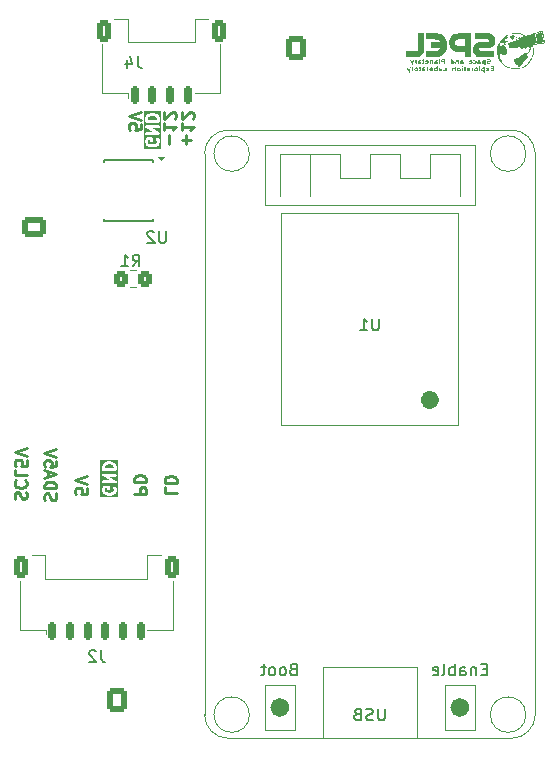
<source format=gbo>
G04 #@! TF.GenerationSoftware,KiCad,Pcbnew,9.0.0*
G04 #@! TF.CreationDate,2025-06-18T16:48:56-04:00*
G04 #@! TF.ProjectId,top_board,746f705f-626f-4617-9264-2e6b69636164,rev?*
G04 #@! TF.SameCoordinates,Original*
G04 #@! TF.FileFunction,Legend,Bot*
G04 #@! TF.FilePolarity,Positive*
%FSLAX46Y46*%
G04 Gerber Fmt 4.6, Leading zero omitted, Abs format (unit mm)*
G04 Created by KiCad (PCBNEW 9.0.0) date 2025-06-18 16:48:56*
%MOMM*%
%LPD*%
G01*
G04 APERTURE LIST*
G04 Aperture macros list*
%AMRoundRect*
0 Rectangle with rounded corners*
0 $1 Rounding radius*
0 $2 $3 $4 $5 $6 $7 $8 $9 X,Y pos of 4 corners*
0 Add a 4 corners polygon primitive as box body*
4,1,4,$2,$3,$4,$5,$6,$7,$8,$9,$2,$3,0*
0 Add four circle primitives for the rounded corners*
1,1,$1+$1,$2,$3*
1,1,$1+$1,$4,$5*
1,1,$1+$1,$6,$7*
1,1,$1+$1,$8,$9*
0 Add four rect primitives between the rounded corners*
20,1,$1+$1,$2,$3,$4,$5,0*
20,1,$1+$1,$4,$5,$6,$7,0*
20,1,$1+$1,$6,$7,$8,$9,0*
20,1,$1+$1,$8,$9,$2,$3,0*%
G04 Aperture macros list end*
%ADD10C,0.250000*%
%ADD11C,0.150000*%
%ADD12C,0.120000*%
%ADD13C,1.000000*%
%ADD14C,0.800000*%
%ADD15C,0.000000*%
%ADD16C,3.200000*%
%ADD17RoundRect,0.250000X0.750000X-0.600000X0.750000X0.600000X-0.750000X0.600000X-0.750000X-0.600000X0*%
%ADD18O,2.000000X1.700000*%
%ADD19R,1.700000X1.700000*%
%ADD20O,1.700000X1.700000*%
%ADD21RoundRect,0.250000X-0.600000X-0.725000X0.600000X-0.725000X0.600000X0.725000X-0.600000X0.725000X0*%
%ADD22O,1.700000X1.950000*%
%ADD23RoundRect,0.250000X-0.725000X0.600000X-0.725000X-0.600000X0.725000X-0.600000X0.725000X0.600000X0*%
%ADD24O,1.950000X1.700000*%
%ADD25RoundRect,0.250000X0.725000X-0.600000X0.725000X0.600000X-0.725000X0.600000X-0.725000X-0.600000X0*%
%ADD26RoundRect,0.250000X-0.600000X-0.750000X0.600000X-0.750000X0.600000X0.750000X-0.600000X0.750000X0*%
%ADD27O,1.700000X2.000000*%
%ADD28RoundRect,0.150000X-0.150000X-0.600000X0.150000X-0.600000X0.150000X0.600000X-0.150000X0.600000X0*%
%ADD29RoundRect,0.250000X-0.375000X-0.650000X0.375000X-0.650000X0.375000X0.650000X-0.375000X0.650000X0*%
%ADD30R,1.310000X0.650000*%
%ADD31R,1.310000X0.600000*%
%ADD32R,1.325000X1.500000*%
%ADD33RoundRect,0.250000X0.350000X0.450000X-0.350000X0.450000X-0.350000X-0.450000X0.350000X-0.450000X0*%
%ADD34R,1.524000X1.524000*%
%ADD35C,1.524000*%
G04 APERTURE END LIST*
D10*
X202175380Y-96197431D02*
X203175380Y-96197431D01*
X203175380Y-96197431D02*
X203175380Y-95816479D01*
X203175380Y-95816479D02*
X203127761Y-95721241D01*
X203127761Y-95721241D02*
X203080142Y-95673622D01*
X203080142Y-95673622D02*
X202984904Y-95626003D01*
X202984904Y-95626003D02*
X202842047Y-95626003D01*
X202842047Y-95626003D02*
X202746809Y-95673622D01*
X202746809Y-95673622D02*
X202699190Y-95721241D01*
X202699190Y-95721241D02*
X202651571Y-95816479D01*
X202651571Y-95816479D02*
X202651571Y-96197431D01*
X202175380Y-95197431D02*
X203175380Y-95197431D01*
X203175380Y-95197431D02*
X203175380Y-94959336D01*
X203175380Y-94959336D02*
X203127761Y-94816479D01*
X203127761Y-94816479D02*
X203032523Y-94721241D01*
X203032523Y-94721241D02*
X202937285Y-94673622D01*
X202937285Y-94673622D02*
X202746809Y-94626003D01*
X202746809Y-94626003D02*
X202603952Y-94626003D01*
X202603952Y-94626003D02*
X202413476Y-94673622D01*
X202413476Y-94673622D02*
X202318238Y-94721241D01*
X202318238Y-94721241D02*
X202223000Y-94816479D01*
X202223000Y-94816479D02*
X202175380Y-94959336D01*
X202175380Y-94959336D02*
X202175380Y-95197431D01*
X205106333Y-66597431D02*
X205106333Y-65835527D01*
X204725380Y-64835527D02*
X204725380Y-65406955D01*
X204725380Y-65121241D02*
X205725380Y-65121241D01*
X205725380Y-65121241D02*
X205582523Y-65216479D01*
X205582523Y-65216479D02*
X205487285Y-65311717D01*
X205487285Y-65311717D02*
X205439666Y-65406955D01*
X205630142Y-64454574D02*
X205677761Y-64406955D01*
X205677761Y-64406955D02*
X205725380Y-64311717D01*
X205725380Y-64311717D02*
X205725380Y-64073622D01*
X205725380Y-64073622D02*
X205677761Y-63978384D01*
X205677761Y-63978384D02*
X205630142Y-63930765D01*
X205630142Y-63930765D02*
X205534904Y-63883146D01*
X205534904Y-63883146D02*
X205439666Y-63883146D01*
X205439666Y-63883146D02*
X205296809Y-63930765D01*
X205296809Y-63930765D02*
X204725380Y-64502193D01*
X204725380Y-64502193D02*
X204725380Y-63883146D01*
G36*
X203943658Y-64243943D02*
G01*
X204008479Y-64276354D01*
X204068507Y-64336382D01*
X204100380Y-64432002D01*
X204100380Y-64524812D01*
X203350380Y-64524812D01*
X203350380Y-64432001D01*
X203382253Y-64336382D01*
X203442281Y-64276354D01*
X203507104Y-64243943D01*
X203669341Y-64203384D01*
X203781420Y-64203384D01*
X203943658Y-64243943D01*
G37*
G36*
X204475380Y-66995050D02*
G01*
X202975380Y-66995050D01*
X202975380Y-66316479D01*
X203100380Y-66316479D01*
X203100380Y-66411717D01*
X203101595Y-66424060D01*
X203101362Y-66427352D01*
X203102346Y-66431681D01*
X203102782Y-66436103D01*
X203104045Y-66439152D01*
X203106795Y-66451246D01*
X203154415Y-66594103D01*
X203164405Y-66616478D01*
X203167348Y-66619872D01*
X203169067Y-66624020D01*
X203184612Y-66642962D01*
X203279850Y-66738200D01*
X203289435Y-66746066D01*
X203291599Y-66748561D01*
X203295360Y-66750928D01*
X203298792Y-66753745D01*
X203301839Y-66755007D01*
X203312336Y-66761615D01*
X203407574Y-66809234D01*
X203409359Y-66809917D01*
X203410084Y-66810454D01*
X203420313Y-66814109D01*
X203430460Y-66817992D01*
X203431359Y-66818055D01*
X203433159Y-66818699D01*
X203623635Y-66866318D01*
X203627864Y-66866943D01*
X203629566Y-66867648D01*
X203638745Y-66868552D01*
X203647875Y-66869902D01*
X203649697Y-66869630D01*
X203653952Y-66870050D01*
X203796809Y-66870050D01*
X203801063Y-66869630D01*
X203802885Y-66869902D01*
X203812013Y-66868552D01*
X203821195Y-66867648D01*
X203822896Y-66866943D01*
X203827126Y-66866318D01*
X204017602Y-66818699D01*
X204019401Y-66818055D01*
X204020301Y-66817992D01*
X204030447Y-66814109D01*
X204040677Y-66810454D01*
X204041401Y-66809917D01*
X204043187Y-66809234D01*
X204138424Y-66761616D01*
X204148922Y-66755006D01*
X204151969Y-66753745D01*
X204155400Y-66750929D01*
X204159162Y-66748561D01*
X204161325Y-66746066D01*
X204170911Y-66738200D01*
X204266149Y-66642962D01*
X204281694Y-66624020D01*
X204283412Y-66619870D01*
X204286356Y-66616477D01*
X204296346Y-66594102D01*
X204343965Y-66451246D01*
X204346714Y-66439152D01*
X204347978Y-66436103D01*
X204348413Y-66431681D01*
X204349398Y-66427352D01*
X204349164Y-66424060D01*
X204350380Y-66411717D01*
X204350380Y-66268860D01*
X204347978Y-66244474D01*
X204346259Y-66240324D01*
X204345941Y-66235844D01*
X204337183Y-66212958D01*
X204289564Y-66117720D01*
X204276510Y-66096983D01*
X204239665Y-66065027D01*
X204193395Y-66049603D01*
X204144745Y-66053061D01*
X204101122Y-66074873D01*
X204069166Y-66111718D01*
X204053742Y-66157988D01*
X204057200Y-66206638D01*
X204065958Y-66229524D01*
X204100380Y-66298368D01*
X204100380Y-66391431D01*
X204068507Y-66487051D01*
X204008479Y-66547080D01*
X203943658Y-66579490D01*
X203781420Y-66620050D01*
X203669341Y-66620050D01*
X203507104Y-66579490D01*
X203442281Y-66547079D01*
X203382253Y-66487051D01*
X203350380Y-66391432D01*
X203350380Y-66336763D01*
X203378967Y-66251003D01*
X203528952Y-66251003D01*
X203528952Y-66316479D01*
X203531354Y-66340865D01*
X203550018Y-66385925D01*
X203584506Y-66420413D01*
X203629566Y-66439077D01*
X203678338Y-66439077D01*
X203723398Y-66420413D01*
X203757886Y-66385925D01*
X203776550Y-66340865D01*
X203778952Y-66316479D01*
X203778952Y-66126003D01*
X203776550Y-66101617D01*
X203757886Y-66056557D01*
X203723398Y-66022069D01*
X203678338Y-66003405D01*
X203653952Y-66001003D01*
X203320619Y-66001003D01*
X203296233Y-66003405D01*
X203296232Y-66003405D01*
X203277568Y-66011136D01*
X203251173Y-66022069D01*
X203251172Y-66022070D01*
X203232230Y-66037615D01*
X203184612Y-66085234D01*
X203169067Y-66104176D01*
X203167348Y-66108323D01*
X203164405Y-66111718D01*
X203154415Y-66134093D01*
X203106795Y-66276950D01*
X203104045Y-66289043D01*
X203102782Y-66292093D01*
X203102346Y-66296514D01*
X203101362Y-66300844D01*
X203101595Y-66304135D01*
X203100380Y-66316479D01*
X202975380Y-66316479D01*
X202975380Y-65134733D01*
X203100685Y-65134733D01*
X203102782Y-65142422D01*
X203102782Y-65150389D01*
X203109143Y-65165746D01*
X203113518Y-65181788D01*
X203118397Y-65188088D01*
X203121446Y-65195449D01*
X203133201Y-65207204D01*
X203143381Y-65220349D01*
X203153599Y-65227602D01*
X203155934Y-65229937D01*
X203158225Y-65230886D01*
X203163363Y-65234533D01*
X203754684Y-65572431D01*
X203225380Y-65572431D01*
X203200994Y-65574833D01*
X203155934Y-65593497D01*
X203121446Y-65627985D01*
X203102782Y-65673045D01*
X203102782Y-65721817D01*
X203121446Y-65766877D01*
X203155934Y-65801365D01*
X203200994Y-65820029D01*
X203225380Y-65822431D01*
X204225380Y-65822431D01*
X204231651Y-65821813D01*
X204234111Y-65822126D01*
X204237296Y-65821257D01*
X204249766Y-65820029D01*
X204265122Y-65813668D01*
X204281165Y-65809293D01*
X204287465Y-65804413D01*
X204294826Y-65801365D01*
X204306581Y-65789609D01*
X204319726Y-65779430D01*
X204323679Y-65772511D01*
X204329314Y-65766877D01*
X204335675Y-65751518D01*
X204343924Y-65737084D01*
X204344929Y-65729177D01*
X204347978Y-65721817D01*
X204347978Y-65705195D01*
X204350075Y-65688701D01*
X204347978Y-65681011D01*
X204347978Y-65673045D01*
X204341616Y-65657687D01*
X204337242Y-65641646D01*
X204332362Y-65635345D01*
X204329314Y-65627985D01*
X204317558Y-65616229D01*
X204307379Y-65603085D01*
X204297160Y-65595831D01*
X204294826Y-65593497D01*
X204292534Y-65592547D01*
X204287397Y-65588901D01*
X203696075Y-65251003D01*
X204225380Y-65251003D01*
X204249766Y-65248601D01*
X204294826Y-65229937D01*
X204329314Y-65195449D01*
X204347978Y-65150389D01*
X204347978Y-65101617D01*
X204329314Y-65056557D01*
X204294826Y-65022069D01*
X204249766Y-65003405D01*
X204225380Y-65001003D01*
X203225380Y-65001003D01*
X203219109Y-65001620D01*
X203216650Y-65001308D01*
X203213465Y-65002176D01*
X203200994Y-65003405D01*
X203185636Y-65009766D01*
X203169595Y-65014141D01*
X203163294Y-65019020D01*
X203155934Y-65022069D01*
X203144178Y-65033824D01*
X203131034Y-65044004D01*
X203127080Y-65050922D01*
X203121446Y-65056557D01*
X203115084Y-65071915D01*
X203106836Y-65086350D01*
X203105830Y-65094256D01*
X203102782Y-65101617D01*
X203102782Y-65118238D01*
X203100685Y-65134733D01*
X202975380Y-65134733D01*
X202975380Y-64411717D01*
X203100380Y-64411717D01*
X203100380Y-64649812D01*
X203102782Y-64674198D01*
X203121446Y-64719258D01*
X203155934Y-64753746D01*
X203200994Y-64772410D01*
X203225380Y-64774812D01*
X204225380Y-64774812D01*
X204249766Y-64772410D01*
X204294826Y-64753746D01*
X204329314Y-64719258D01*
X204347978Y-64674198D01*
X204350380Y-64649812D01*
X204350380Y-64411717D01*
X204349164Y-64399373D01*
X204349398Y-64396082D01*
X204348413Y-64391752D01*
X204347978Y-64387331D01*
X204346714Y-64384281D01*
X204343965Y-64372188D01*
X204296346Y-64229332D01*
X204286356Y-64206957D01*
X204283412Y-64203563D01*
X204281694Y-64199414D01*
X204266149Y-64180472D01*
X204170911Y-64085234D01*
X204161325Y-64077367D01*
X204159162Y-64074873D01*
X204155400Y-64072504D01*
X204151969Y-64069689D01*
X204148922Y-64068427D01*
X204138424Y-64061818D01*
X204043187Y-64014200D01*
X204041401Y-64013516D01*
X204040677Y-64012980D01*
X204030447Y-64009324D01*
X204020301Y-64005442D01*
X204019401Y-64005378D01*
X204017602Y-64004735D01*
X203827126Y-63957116D01*
X203822896Y-63956490D01*
X203821195Y-63955786D01*
X203812013Y-63954881D01*
X203802885Y-63953532D01*
X203801063Y-63953803D01*
X203796809Y-63953384D01*
X203653952Y-63953384D01*
X203649697Y-63953803D01*
X203647875Y-63953532D01*
X203638745Y-63954881D01*
X203629566Y-63955786D01*
X203627864Y-63956490D01*
X203623635Y-63957116D01*
X203433159Y-64004735D01*
X203431359Y-64005378D01*
X203430460Y-64005442D01*
X203420313Y-64009324D01*
X203410084Y-64012980D01*
X203409359Y-64013516D01*
X203407574Y-64014200D01*
X203312336Y-64061819D01*
X203301839Y-64068426D01*
X203298792Y-64069689D01*
X203295360Y-64072505D01*
X203291599Y-64074873D01*
X203289435Y-64077367D01*
X203279850Y-64085234D01*
X203184612Y-64180472D01*
X203169067Y-64199414D01*
X203167348Y-64203561D01*
X203164405Y-64206956D01*
X203154415Y-64229331D01*
X203106795Y-64372188D01*
X203104045Y-64384281D01*
X203102782Y-64387331D01*
X203102346Y-64391752D01*
X203101362Y-64396082D01*
X203101595Y-64399373D01*
X203100380Y-64411717D01*
X202975380Y-64411717D01*
X202975380Y-63828384D01*
X204475380Y-63828384D01*
X204475380Y-66995050D01*
G37*
X204775380Y-95621241D02*
X204775380Y-96097431D01*
X204775380Y-96097431D02*
X205775380Y-96097431D01*
X204775380Y-95287907D02*
X205775380Y-95287907D01*
X205775380Y-95287907D02*
X205775380Y-95049812D01*
X205775380Y-95049812D02*
X205727761Y-94906955D01*
X205727761Y-94906955D02*
X205632523Y-94811717D01*
X205632523Y-94811717D02*
X205537285Y-94764098D01*
X205537285Y-94764098D02*
X205346809Y-94716479D01*
X205346809Y-94716479D02*
X205203952Y-94716479D01*
X205203952Y-94716479D02*
X205013476Y-94764098D01*
X205013476Y-94764098D02*
X204918238Y-94811717D01*
X204918238Y-94811717D02*
X204823000Y-94906955D01*
X204823000Y-94906955D02*
X204775380Y-95049812D01*
X204775380Y-95049812D02*
X204775380Y-95287907D01*
X192123000Y-96645050D02*
X192075380Y-96502193D01*
X192075380Y-96502193D02*
X192075380Y-96264098D01*
X192075380Y-96264098D02*
X192123000Y-96168860D01*
X192123000Y-96168860D02*
X192170619Y-96121241D01*
X192170619Y-96121241D02*
X192265857Y-96073622D01*
X192265857Y-96073622D02*
X192361095Y-96073622D01*
X192361095Y-96073622D02*
X192456333Y-96121241D01*
X192456333Y-96121241D02*
X192503952Y-96168860D01*
X192503952Y-96168860D02*
X192551571Y-96264098D01*
X192551571Y-96264098D02*
X192599190Y-96454574D01*
X192599190Y-96454574D02*
X192646809Y-96549812D01*
X192646809Y-96549812D02*
X192694428Y-96597431D01*
X192694428Y-96597431D02*
X192789666Y-96645050D01*
X192789666Y-96645050D02*
X192884904Y-96645050D01*
X192884904Y-96645050D02*
X192980142Y-96597431D01*
X192980142Y-96597431D02*
X193027761Y-96549812D01*
X193027761Y-96549812D02*
X193075380Y-96454574D01*
X193075380Y-96454574D02*
X193075380Y-96216479D01*
X193075380Y-96216479D02*
X193027761Y-96073622D01*
X192170619Y-95073622D02*
X192123000Y-95121241D01*
X192123000Y-95121241D02*
X192075380Y-95264098D01*
X192075380Y-95264098D02*
X192075380Y-95359336D01*
X192075380Y-95359336D02*
X192123000Y-95502193D01*
X192123000Y-95502193D02*
X192218238Y-95597431D01*
X192218238Y-95597431D02*
X192313476Y-95645050D01*
X192313476Y-95645050D02*
X192503952Y-95692669D01*
X192503952Y-95692669D02*
X192646809Y-95692669D01*
X192646809Y-95692669D02*
X192837285Y-95645050D01*
X192837285Y-95645050D02*
X192932523Y-95597431D01*
X192932523Y-95597431D02*
X193027761Y-95502193D01*
X193027761Y-95502193D02*
X193075380Y-95359336D01*
X193075380Y-95359336D02*
X193075380Y-95264098D01*
X193075380Y-95264098D02*
X193027761Y-95121241D01*
X193027761Y-95121241D02*
X192980142Y-95073622D01*
X192075380Y-94168860D02*
X192075380Y-94645050D01*
X192075380Y-94645050D02*
X193075380Y-94645050D01*
X193075380Y-93359336D02*
X193075380Y-93835526D01*
X193075380Y-93835526D02*
X192599190Y-93883145D01*
X192599190Y-93883145D02*
X192646809Y-93835526D01*
X192646809Y-93835526D02*
X192694428Y-93740288D01*
X192694428Y-93740288D02*
X192694428Y-93502193D01*
X192694428Y-93502193D02*
X192646809Y-93406955D01*
X192646809Y-93406955D02*
X192599190Y-93359336D01*
X192599190Y-93359336D02*
X192503952Y-93311717D01*
X192503952Y-93311717D02*
X192265857Y-93311717D01*
X192265857Y-93311717D02*
X192170619Y-93359336D01*
X192170619Y-93359336D02*
X192123000Y-93406955D01*
X192123000Y-93406955D02*
X192075380Y-93502193D01*
X192075380Y-93502193D02*
X192075380Y-93740288D01*
X192075380Y-93740288D02*
X192123000Y-93835526D01*
X192123000Y-93835526D02*
X192170619Y-93883145D01*
X193075380Y-93026002D02*
X192075380Y-92692669D01*
X192075380Y-92692669D02*
X193075380Y-92359336D01*
X198175380Y-95721241D02*
X198175380Y-96197431D01*
X198175380Y-96197431D02*
X197699190Y-96245050D01*
X197699190Y-96245050D02*
X197746809Y-96197431D01*
X197746809Y-96197431D02*
X197794428Y-96102193D01*
X197794428Y-96102193D02*
X197794428Y-95864098D01*
X197794428Y-95864098D02*
X197746809Y-95768860D01*
X197746809Y-95768860D02*
X197699190Y-95721241D01*
X197699190Y-95721241D02*
X197603952Y-95673622D01*
X197603952Y-95673622D02*
X197365857Y-95673622D01*
X197365857Y-95673622D02*
X197270619Y-95721241D01*
X197270619Y-95721241D02*
X197223000Y-95768860D01*
X197223000Y-95768860D02*
X197175380Y-95864098D01*
X197175380Y-95864098D02*
X197175380Y-96102193D01*
X197175380Y-96102193D02*
X197223000Y-96197431D01*
X197223000Y-96197431D02*
X197270619Y-96245050D01*
X198175380Y-95387907D02*
X197175380Y-95054574D01*
X197175380Y-95054574D02*
X198175380Y-94721241D01*
X206606333Y-66597431D02*
X206606333Y-65835527D01*
X206225380Y-66216479D02*
X206987285Y-66216479D01*
X206225380Y-64835527D02*
X206225380Y-65406955D01*
X206225380Y-65121241D02*
X207225380Y-65121241D01*
X207225380Y-65121241D02*
X207082523Y-65216479D01*
X207082523Y-65216479D02*
X206987285Y-65311717D01*
X206987285Y-65311717D02*
X206939666Y-65406955D01*
X207130142Y-64454574D02*
X207177761Y-64406955D01*
X207177761Y-64406955D02*
X207225380Y-64311717D01*
X207225380Y-64311717D02*
X207225380Y-64073622D01*
X207225380Y-64073622D02*
X207177761Y-63978384D01*
X207177761Y-63978384D02*
X207130142Y-63930765D01*
X207130142Y-63930765D02*
X207034904Y-63883146D01*
X207034904Y-63883146D02*
X206939666Y-63883146D01*
X206939666Y-63883146D02*
X206796809Y-63930765D01*
X206796809Y-63930765D02*
X206225380Y-64502193D01*
X206225380Y-64502193D02*
X206225380Y-63883146D01*
G36*
X200293658Y-93743943D02*
G01*
X200358479Y-93776354D01*
X200418507Y-93836382D01*
X200450380Y-93932002D01*
X200450380Y-94024812D01*
X199700380Y-94024812D01*
X199700380Y-93932001D01*
X199732253Y-93836382D01*
X199792281Y-93776354D01*
X199857104Y-93743943D01*
X200019341Y-93703384D01*
X200131420Y-93703384D01*
X200293658Y-93743943D01*
G37*
G36*
X200825380Y-96495050D02*
G01*
X199325380Y-96495050D01*
X199325380Y-95816479D01*
X199450380Y-95816479D01*
X199450380Y-95911717D01*
X199451595Y-95924060D01*
X199451362Y-95927352D01*
X199452346Y-95931681D01*
X199452782Y-95936103D01*
X199454045Y-95939152D01*
X199456795Y-95951246D01*
X199504415Y-96094103D01*
X199514405Y-96116478D01*
X199517348Y-96119872D01*
X199519067Y-96124020D01*
X199534612Y-96142962D01*
X199629850Y-96238200D01*
X199639435Y-96246066D01*
X199641599Y-96248561D01*
X199645360Y-96250928D01*
X199648792Y-96253745D01*
X199651839Y-96255007D01*
X199662336Y-96261615D01*
X199757574Y-96309234D01*
X199759359Y-96309917D01*
X199760084Y-96310454D01*
X199770313Y-96314109D01*
X199780460Y-96317992D01*
X199781359Y-96318055D01*
X199783159Y-96318699D01*
X199973635Y-96366318D01*
X199977864Y-96366943D01*
X199979566Y-96367648D01*
X199988745Y-96368552D01*
X199997875Y-96369902D01*
X199999697Y-96369630D01*
X200003952Y-96370050D01*
X200146809Y-96370050D01*
X200151063Y-96369630D01*
X200152885Y-96369902D01*
X200162013Y-96368552D01*
X200171195Y-96367648D01*
X200172896Y-96366943D01*
X200177126Y-96366318D01*
X200367602Y-96318699D01*
X200369401Y-96318055D01*
X200370301Y-96317992D01*
X200380447Y-96314109D01*
X200390677Y-96310454D01*
X200391401Y-96309917D01*
X200393187Y-96309234D01*
X200488424Y-96261616D01*
X200498922Y-96255006D01*
X200501969Y-96253745D01*
X200505400Y-96250929D01*
X200509162Y-96248561D01*
X200511325Y-96246066D01*
X200520911Y-96238200D01*
X200616149Y-96142962D01*
X200631694Y-96124020D01*
X200633412Y-96119870D01*
X200636356Y-96116477D01*
X200646346Y-96094102D01*
X200693965Y-95951246D01*
X200696714Y-95939152D01*
X200697978Y-95936103D01*
X200698413Y-95931681D01*
X200699398Y-95927352D01*
X200699164Y-95924060D01*
X200700380Y-95911717D01*
X200700380Y-95768860D01*
X200697978Y-95744474D01*
X200696259Y-95740324D01*
X200695941Y-95735844D01*
X200687183Y-95712958D01*
X200639564Y-95617720D01*
X200626510Y-95596983D01*
X200589665Y-95565027D01*
X200543395Y-95549603D01*
X200494745Y-95553061D01*
X200451122Y-95574873D01*
X200419166Y-95611718D01*
X200403742Y-95657988D01*
X200407200Y-95706638D01*
X200415958Y-95729524D01*
X200450380Y-95798368D01*
X200450380Y-95891431D01*
X200418507Y-95987051D01*
X200358479Y-96047080D01*
X200293658Y-96079490D01*
X200131420Y-96120050D01*
X200019341Y-96120050D01*
X199857104Y-96079490D01*
X199792281Y-96047079D01*
X199732253Y-95987051D01*
X199700380Y-95891432D01*
X199700380Y-95836763D01*
X199728967Y-95751003D01*
X199878952Y-95751003D01*
X199878952Y-95816479D01*
X199881354Y-95840865D01*
X199900018Y-95885925D01*
X199934506Y-95920413D01*
X199979566Y-95939077D01*
X200028338Y-95939077D01*
X200073398Y-95920413D01*
X200107886Y-95885925D01*
X200126550Y-95840865D01*
X200128952Y-95816479D01*
X200128952Y-95626003D01*
X200126550Y-95601617D01*
X200107886Y-95556557D01*
X200073398Y-95522069D01*
X200028338Y-95503405D01*
X200003952Y-95501003D01*
X199670619Y-95501003D01*
X199646233Y-95503405D01*
X199646232Y-95503405D01*
X199627568Y-95511136D01*
X199601173Y-95522069D01*
X199601172Y-95522070D01*
X199582230Y-95537615D01*
X199534612Y-95585234D01*
X199519067Y-95604176D01*
X199517348Y-95608323D01*
X199514405Y-95611718D01*
X199504415Y-95634093D01*
X199456795Y-95776950D01*
X199454045Y-95789043D01*
X199452782Y-95792093D01*
X199452346Y-95796514D01*
X199451362Y-95800844D01*
X199451595Y-95804135D01*
X199450380Y-95816479D01*
X199325380Y-95816479D01*
X199325380Y-94634733D01*
X199450685Y-94634733D01*
X199452782Y-94642422D01*
X199452782Y-94650389D01*
X199459143Y-94665746D01*
X199463518Y-94681788D01*
X199468397Y-94688088D01*
X199471446Y-94695449D01*
X199483201Y-94707204D01*
X199493381Y-94720349D01*
X199503599Y-94727602D01*
X199505934Y-94729937D01*
X199508225Y-94730886D01*
X199513363Y-94734533D01*
X200104684Y-95072431D01*
X199575380Y-95072431D01*
X199550994Y-95074833D01*
X199505934Y-95093497D01*
X199471446Y-95127985D01*
X199452782Y-95173045D01*
X199452782Y-95221817D01*
X199471446Y-95266877D01*
X199505934Y-95301365D01*
X199550994Y-95320029D01*
X199575380Y-95322431D01*
X200575380Y-95322431D01*
X200581651Y-95321813D01*
X200584111Y-95322126D01*
X200587296Y-95321257D01*
X200599766Y-95320029D01*
X200615122Y-95313668D01*
X200631165Y-95309293D01*
X200637465Y-95304413D01*
X200644826Y-95301365D01*
X200656581Y-95289609D01*
X200669726Y-95279430D01*
X200673679Y-95272511D01*
X200679314Y-95266877D01*
X200685675Y-95251518D01*
X200693924Y-95237084D01*
X200694929Y-95229177D01*
X200697978Y-95221817D01*
X200697978Y-95205195D01*
X200700075Y-95188701D01*
X200697978Y-95181011D01*
X200697978Y-95173045D01*
X200691616Y-95157687D01*
X200687242Y-95141646D01*
X200682362Y-95135345D01*
X200679314Y-95127985D01*
X200667558Y-95116229D01*
X200657379Y-95103085D01*
X200647160Y-95095831D01*
X200644826Y-95093497D01*
X200642534Y-95092547D01*
X200637397Y-95088901D01*
X200046075Y-94751003D01*
X200575380Y-94751003D01*
X200599766Y-94748601D01*
X200644826Y-94729937D01*
X200679314Y-94695449D01*
X200697978Y-94650389D01*
X200697978Y-94601617D01*
X200679314Y-94556557D01*
X200644826Y-94522069D01*
X200599766Y-94503405D01*
X200575380Y-94501003D01*
X199575380Y-94501003D01*
X199569109Y-94501620D01*
X199566650Y-94501308D01*
X199563465Y-94502176D01*
X199550994Y-94503405D01*
X199535636Y-94509766D01*
X199519595Y-94514141D01*
X199513294Y-94519020D01*
X199505934Y-94522069D01*
X199494178Y-94533824D01*
X199481034Y-94544004D01*
X199477080Y-94550922D01*
X199471446Y-94556557D01*
X199465084Y-94571915D01*
X199456836Y-94586350D01*
X199455830Y-94594256D01*
X199452782Y-94601617D01*
X199452782Y-94618238D01*
X199450685Y-94634733D01*
X199325380Y-94634733D01*
X199325380Y-93911717D01*
X199450380Y-93911717D01*
X199450380Y-94149812D01*
X199452782Y-94174198D01*
X199471446Y-94219258D01*
X199505934Y-94253746D01*
X199550994Y-94272410D01*
X199575380Y-94274812D01*
X200575380Y-94274812D01*
X200599766Y-94272410D01*
X200644826Y-94253746D01*
X200679314Y-94219258D01*
X200697978Y-94174198D01*
X200700380Y-94149812D01*
X200700380Y-93911717D01*
X200699164Y-93899373D01*
X200699398Y-93896082D01*
X200698413Y-93891752D01*
X200697978Y-93887331D01*
X200696714Y-93884281D01*
X200693965Y-93872188D01*
X200646346Y-93729332D01*
X200636356Y-93706957D01*
X200633412Y-93703563D01*
X200631694Y-93699414D01*
X200616149Y-93680472D01*
X200520911Y-93585234D01*
X200511325Y-93577367D01*
X200509162Y-93574873D01*
X200505400Y-93572504D01*
X200501969Y-93569689D01*
X200498922Y-93568427D01*
X200488424Y-93561818D01*
X200393187Y-93514200D01*
X200391401Y-93513516D01*
X200390677Y-93512980D01*
X200380447Y-93509324D01*
X200370301Y-93505442D01*
X200369401Y-93505378D01*
X200367602Y-93504735D01*
X200177126Y-93457116D01*
X200172896Y-93456490D01*
X200171195Y-93455786D01*
X200162013Y-93454881D01*
X200152885Y-93453532D01*
X200151063Y-93453803D01*
X200146809Y-93453384D01*
X200003952Y-93453384D01*
X199999697Y-93453803D01*
X199997875Y-93453532D01*
X199988745Y-93454881D01*
X199979566Y-93455786D01*
X199977864Y-93456490D01*
X199973635Y-93457116D01*
X199783159Y-93504735D01*
X199781359Y-93505378D01*
X199780460Y-93505442D01*
X199770313Y-93509324D01*
X199760084Y-93512980D01*
X199759359Y-93513516D01*
X199757574Y-93514200D01*
X199662336Y-93561819D01*
X199651839Y-93568426D01*
X199648792Y-93569689D01*
X199645360Y-93572505D01*
X199641599Y-93574873D01*
X199639435Y-93577367D01*
X199629850Y-93585234D01*
X199534612Y-93680472D01*
X199519067Y-93699414D01*
X199517348Y-93703561D01*
X199514405Y-93706956D01*
X199504415Y-93729331D01*
X199456795Y-93872188D01*
X199454045Y-93884281D01*
X199452782Y-93887331D01*
X199452346Y-93891752D01*
X199451362Y-93896082D01*
X199451595Y-93899373D01*
X199450380Y-93911717D01*
X199325380Y-93911717D01*
X199325380Y-93328384D01*
X200825380Y-93328384D01*
X200825380Y-96495050D01*
G37*
X202725380Y-64871241D02*
X202725380Y-65347431D01*
X202725380Y-65347431D02*
X202249190Y-65395050D01*
X202249190Y-65395050D02*
X202296809Y-65347431D01*
X202296809Y-65347431D02*
X202344428Y-65252193D01*
X202344428Y-65252193D02*
X202344428Y-65014098D01*
X202344428Y-65014098D02*
X202296809Y-64918860D01*
X202296809Y-64918860D02*
X202249190Y-64871241D01*
X202249190Y-64871241D02*
X202153952Y-64823622D01*
X202153952Y-64823622D02*
X201915857Y-64823622D01*
X201915857Y-64823622D02*
X201820619Y-64871241D01*
X201820619Y-64871241D02*
X201773000Y-64918860D01*
X201773000Y-64918860D02*
X201725380Y-65014098D01*
X201725380Y-65014098D02*
X201725380Y-65252193D01*
X201725380Y-65252193D02*
X201773000Y-65347431D01*
X201773000Y-65347431D02*
X201820619Y-65395050D01*
X202725380Y-64537907D02*
X201725380Y-64204574D01*
X201725380Y-64204574D02*
X202725380Y-63871241D01*
X194623000Y-96745050D02*
X194575380Y-96602193D01*
X194575380Y-96602193D02*
X194575380Y-96364098D01*
X194575380Y-96364098D02*
X194623000Y-96268860D01*
X194623000Y-96268860D02*
X194670619Y-96221241D01*
X194670619Y-96221241D02*
X194765857Y-96173622D01*
X194765857Y-96173622D02*
X194861095Y-96173622D01*
X194861095Y-96173622D02*
X194956333Y-96221241D01*
X194956333Y-96221241D02*
X195003952Y-96268860D01*
X195003952Y-96268860D02*
X195051571Y-96364098D01*
X195051571Y-96364098D02*
X195099190Y-96554574D01*
X195099190Y-96554574D02*
X195146809Y-96649812D01*
X195146809Y-96649812D02*
X195194428Y-96697431D01*
X195194428Y-96697431D02*
X195289666Y-96745050D01*
X195289666Y-96745050D02*
X195384904Y-96745050D01*
X195384904Y-96745050D02*
X195480142Y-96697431D01*
X195480142Y-96697431D02*
X195527761Y-96649812D01*
X195527761Y-96649812D02*
X195575380Y-96554574D01*
X195575380Y-96554574D02*
X195575380Y-96316479D01*
X195575380Y-96316479D02*
X195527761Y-96173622D01*
X194575380Y-95745050D02*
X195575380Y-95745050D01*
X195575380Y-95745050D02*
X195575380Y-95506955D01*
X195575380Y-95506955D02*
X195527761Y-95364098D01*
X195527761Y-95364098D02*
X195432523Y-95268860D01*
X195432523Y-95268860D02*
X195337285Y-95221241D01*
X195337285Y-95221241D02*
X195146809Y-95173622D01*
X195146809Y-95173622D02*
X195003952Y-95173622D01*
X195003952Y-95173622D02*
X194813476Y-95221241D01*
X194813476Y-95221241D02*
X194718238Y-95268860D01*
X194718238Y-95268860D02*
X194623000Y-95364098D01*
X194623000Y-95364098D02*
X194575380Y-95506955D01*
X194575380Y-95506955D02*
X194575380Y-95745050D01*
X194861095Y-94792669D02*
X194861095Y-94316479D01*
X194575380Y-94887907D02*
X195575380Y-94554574D01*
X195575380Y-94554574D02*
X194575380Y-94221241D01*
X195575380Y-93411717D02*
X195575380Y-93887907D01*
X195575380Y-93887907D02*
X195099190Y-93935526D01*
X195099190Y-93935526D02*
X195146809Y-93887907D01*
X195146809Y-93887907D02*
X195194428Y-93792669D01*
X195194428Y-93792669D02*
X195194428Y-93554574D01*
X195194428Y-93554574D02*
X195146809Y-93459336D01*
X195146809Y-93459336D02*
X195099190Y-93411717D01*
X195099190Y-93411717D02*
X195003952Y-93364098D01*
X195003952Y-93364098D02*
X194765857Y-93364098D01*
X194765857Y-93364098D02*
X194670619Y-93411717D01*
X194670619Y-93411717D02*
X194623000Y-93459336D01*
X194623000Y-93459336D02*
X194575380Y-93554574D01*
X194575380Y-93554574D02*
X194575380Y-93792669D01*
X194575380Y-93792669D02*
X194623000Y-93887907D01*
X194623000Y-93887907D02*
X194670619Y-93935526D01*
X195575380Y-93078383D02*
X194575380Y-92745050D01*
X194575380Y-92745050D02*
X195575380Y-92411717D01*
D11*
X199373333Y-109454819D02*
X199373333Y-110169104D01*
X199373333Y-110169104D02*
X199420952Y-110311961D01*
X199420952Y-110311961D02*
X199516190Y-110407200D01*
X199516190Y-110407200D02*
X199659047Y-110454819D01*
X199659047Y-110454819D02*
X199754285Y-110454819D01*
X198944761Y-109550057D02*
X198897142Y-109502438D01*
X198897142Y-109502438D02*
X198801904Y-109454819D01*
X198801904Y-109454819D02*
X198563809Y-109454819D01*
X198563809Y-109454819D02*
X198468571Y-109502438D01*
X198468571Y-109502438D02*
X198420952Y-109550057D01*
X198420952Y-109550057D02*
X198373333Y-109645295D01*
X198373333Y-109645295D02*
X198373333Y-109740533D01*
X198373333Y-109740533D02*
X198420952Y-109883390D01*
X198420952Y-109883390D02*
X198992380Y-110454819D01*
X198992380Y-110454819D02*
X198373333Y-110454819D01*
X204859404Y-73954819D02*
X204859404Y-74764342D01*
X204859404Y-74764342D02*
X204811785Y-74859580D01*
X204811785Y-74859580D02*
X204764166Y-74907200D01*
X204764166Y-74907200D02*
X204668928Y-74954819D01*
X204668928Y-74954819D02*
X204478452Y-74954819D01*
X204478452Y-74954819D02*
X204383214Y-74907200D01*
X204383214Y-74907200D02*
X204335595Y-74859580D01*
X204335595Y-74859580D02*
X204287976Y-74764342D01*
X204287976Y-74764342D02*
X204287976Y-73954819D01*
X203859404Y-74050057D02*
X203811785Y-74002438D01*
X203811785Y-74002438D02*
X203716547Y-73954819D01*
X203716547Y-73954819D02*
X203478452Y-73954819D01*
X203478452Y-73954819D02*
X203383214Y-74002438D01*
X203383214Y-74002438D02*
X203335595Y-74050057D01*
X203335595Y-74050057D02*
X203287976Y-74145295D01*
X203287976Y-74145295D02*
X203287976Y-74240533D01*
X203287976Y-74240533D02*
X203335595Y-74383390D01*
X203335595Y-74383390D02*
X203907023Y-74954819D01*
X203907023Y-74954819D02*
X203287976Y-74954819D01*
X202468333Y-59144819D02*
X202468333Y-59859104D01*
X202468333Y-59859104D02*
X202515952Y-60001961D01*
X202515952Y-60001961D02*
X202611190Y-60097200D01*
X202611190Y-60097200D02*
X202754047Y-60144819D01*
X202754047Y-60144819D02*
X202849285Y-60144819D01*
X201563571Y-59478152D02*
X201563571Y-60144819D01*
X201801666Y-59097200D02*
X202039761Y-59811485D01*
X202039761Y-59811485D02*
X201420714Y-59811485D01*
X202056666Y-76954819D02*
X202389999Y-76478628D01*
X202628094Y-76954819D02*
X202628094Y-75954819D01*
X202628094Y-75954819D02*
X202247142Y-75954819D01*
X202247142Y-75954819D02*
X202151904Y-76002438D01*
X202151904Y-76002438D02*
X202104285Y-76050057D01*
X202104285Y-76050057D02*
X202056666Y-76145295D01*
X202056666Y-76145295D02*
X202056666Y-76288152D01*
X202056666Y-76288152D02*
X202104285Y-76383390D01*
X202104285Y-76383390D02*
X202151904Y-76431009D01*
X202151904Y-76431009D02*
X202247142Y-76478628D01*
X202247142Y-76478628D02*
X202628094Y-76478628D01*
X201104285Y-76954819D02*
X201675713Y-76954819D01*
X201389999Y-76954819D02*
X201389999Y-75954819D01*
X201389999Y-75954819D02*
X201485237Y-76097676D01*
X201485237Y-76097676D02*
X201580475Y-76192914D01*
X201580475Y-76192914D02*
X201675713Y-76240533D01*
X222901904Y-81364819D02*
X222901904Y-82174342D01*
X222901904Y-82174342D02*
X222854285Y-82269580D01*
X222854285Y-82269580D02*
X222806666Y-82317200D01*
X222806666Y-82317200D02*
X222711428Y-82364819D01*
X222711428Y-82364819D02*
X222520952Y-82364819D01*
X222520952Y-82364819D02*
X222425714Y-82317200D01*
X222425714Y-82317200D02*
X222378095Y-82269580D01*
X222378095Y-82269580D02*
X222330476Y-82174342D01*
X222330476Y-82174342D02*
X222330476Y-81364819D01*
X221330476Y-82364819D02*
X221901904Y-82364819D01*
X221616190Y-82364819D02*
X221616190Y-81364819D01*
X221616190Y-81364819D02*
X221711428Y-81507676D01*
X221711428Y-81507676D02*
X221806666Y-81602914D01*
X221806666Y-81602914D02*
X221901904Y-81650533D01*
X215639047Y-111051009D02*
X215496190Y-111098628D01*
X215496190Y-111098628D02*
X215448571Y-111146247D01*
X215448571Y-111146247D02*
X215400952Y-111241485D01*
X215400952Y-111241485D02*
X215400952Y-111384342D01*
X215400952Y-111384342D02*
X215448571Y-111479580D01*
X215448571Y-111479580D02*
X215496190Y-111527200D01*
X215496190Y-111527200D02*
X215591428Y-111574819D01*
X215591428Y-111574819D02*
X215972380Y-111574819D01*
X215972380Y-111574819D02*
X215972380Y-110574819D01*
X215972380Y-110574819D02*
X215639047Y-110574819D01*
X215639047Y-110574819D02*
X215543809Y-110622438D01*
X215543809Y-110622438D02*
X215496190Y-110670057D01*
X215496190Y-110670057D02*
X215448571Y-110765295D01*
X215448571Y-110765295D02*
X215448571Y-110860533D01*
X215448571Y-110860533D02*
X215496190Y-110955771D01*
X215496190Y-110955771D02*
X215543809Y-111003390D01*
X215543809Y-111003390D02*
X215639047Y-111051009D01*
X215639047Y-111051009D02*
X215972380Y-111051009D01*
X214829523Y-111574819D02*
X214924761Y-111527200D01*
X214924761Y-111527200D02*
X214972380Y-111479580D01*
X214972380Y-111479580D02*
X215019999Y-111384342D01*
X215019999Y-111384342D02*
X215019999Y-111098628D01*
X215019999Y-111098628D02*
X214972380Y-111003390D01*
X214972380Y-111003390D02*
X214924761Y-110955771D01*
X214924761Y-110955771D02*
X214829523Y-110908152D01*
X214829523Y-110908152D02*
X214686666Y-110908152D01*
X214686666Y-110908152D02*
X214591428Y-110955771D01*
X214591428Y-110955771D02*
X214543809Y-111003390D01*
X214543809Y-111003390D02*
X214496190Y-111098628D01*
X214496190Y-111098628D02*
X214496190Y-111384342D01*
X214496190Y-111384342D02*
X214543809Y-111479580D01*
X214543809Y-111479580D02*
X214591428Y-111527200D01*
X214591428Y-111527200D02*
X214686666Y-111574819D01*
X214686666Y-111574819D02*
X214829523Y-111574819D01*
X213924761Y-111574819D02*
X214019999Y-111527200D01*
X214019999Y-111527200D02*
X214067618Y-111479580D01*
X214067618Y-111479580D02*
X214115237Y-111384342D01*
X214115237Y-111384342D02*
X214115237Y-111098628D01*
X214115237Y-111098628D02*
X214067618Y-111003390D01*
X214067618Y-111003390D02*
X214019999Y-110955771D01*
X214019999Y-110955771D02*
X213924761Y-110908152D01*
X213924761Y-110908152D02*
X213781904Y-110908152D01*
X213781904Y-110908152D02*
X213686666Y-110955771D01*
X213686666Y-110955771D02*
X213639047Y-111003390D01*
X213639047Y-111003390D02*
X213591428Y-111098628D01*
X213591428Y-111098628D02*
X213591428Y-111384342D01*
X213591428Y-111384342D02*
X213639047Y-111479580D01*
X213639047Y-111479580D02*
X213686666Y-111527200D01*
X213686666Y-111527200D02*
X213781904Y-111574819D01*
X213781904Y-111574819D02*
X213924761Y-111574819D01*
X213305713Y-110908152D02*
X212924761Y-110908152D01*
X213162856Y-110574819D02*
X213162856Y-111431961D01*
X213162856Y-111431961D02*
X213115237Y-111527200D01*
X213115237Y-111527200D02*
X213019999Y-111574819D01*
X213019999Y-111574819D02*
X212924761Y-111574819D01*
X223401904Y-114384819D02*
X223401904Y-115194342D01*
X223401904Y-115194342D02*
X223354285Y-115289580D01*
X223354285Y-115289580D02*
X223306666Y-115337200D01*
X223306666Y-115337200D02*
X223211428Y-115384819D01*
X223211428Y-115384819D02*
X223020952Y-115384819D01*
X223020952Y-115384819D02*
X222925714Y-115337200D01*
X222925714Y-115337200D02*
X222878095Y-115289580D01*
X222878095Y-115289580D02*
X222830476Y-115194342D01*
X222830476Y-115194342D02*
X222830476Y-114384819D01*
X222401904Y-115337200D02*
X222259047Y-115384819D01*
X222259047Y-115384819D02*
X222020952Y-115384819D01*
X222020952Y-115384819D02*
X221925714Y-115337200D01*
X221925714Y-115337200D02*
X221878095Y-115289580D01*
X221878095Y-115289580D02*
X221830476Y-115194342D01*
X221830476Y-115194342D02*
X221830476Y-115099104D01*
X221830476Y-115099104D02*
X221878095Y-115003866D01*
X221878095Y-115003866D02*
X221925714Y-114956247D01*
X221925714Y-114956247D02*
X222020952Y-114908628D01*
X222020952Y-114908628D02*
X222211428Y-114861009D01*
X222211428Y-114861009D02*
X222306666Y-114813390D01*
X222306666Y-114813390D02*
X222354285Y-114765771D01*
X222354285Y-114765771D02*
X222401904Y-114670533D01*
X222401904Y-114670533D02*
X222401904Y-114575295D01*
X222401904Y-114575295D02*
X222354285Y-114480057D01*
X222354285Y-114480057D02*
X222306666Y-114432438D01*
X222306666Y-114432438D02*
X222211428Y-114384819D01*
X222211428Y-114384819D02*
X221973333Y-114384819D01*
X221973333Y-114384819D02*
X221830476Y-114432438D01*
X221068571Y-114861009D02*
X220925714Y-114908628D01*
X220925714Y-114908628D02*
X220878095Y-114956247D01*
X220878095Y-114956247D02*
X220830476Y-115051485D01*
X220830476Y-115051485D02*
X220830476Y-115194342D01*
X220830476Y-115194342D02*
X220878095Y-115289580D01*
X220878095Y-115289580D02*
X220925714Y-115337200D01*
X220925714Y-115337200D02*
X221020952Y-115384819D01*
X221020952Y-115384819D02*
X221401904Y-115384819D01*
X221401904Y-115384819D02*
X221401904Y-114384819D01*
X221401904Y-114384819D02*
X221068571Y-114384819D01*
X221068571Y-114384819D02*
X220973333Y-114432438D01*
X220973333Y-114432438D02*
X220925714Y-114480057D01*
X220925714Y-114480057D02*
X220878095Y-114575295D01*
X220878095Y-114575295D02*
X220878095Y-114670533D01*
X220878095Y-114670533D02*
X220925714Y-114765771D01*
X220925714Y-114765771D02*
X220973333Y-114813390D01*
X220973333Y-114813390D02*
X221068571Y-114861009D01*
X221068571Y-114861009D02*
X221401904Y-114861009D01*
X232021904Y-111051009D02*
X231688571Y-111051009D01*
X231545714Y-111574819D02*
X232021904Y-111574819D01*
X232021904Y-111574819D02*
X232021904Y-110574819D01*
X232021904Y-110574819D02*
X231545714Y-110574819D01*
X231117142Y-110908152D02*
X231117142Y-111574819D01*
X231117142Y-111003390D02*
X231069523Y-110955771D01*
X231069523Y-110955771D02*
X230974285Y-110908152D01*
X230974285Y-110908152D02*
X230831428Y-110908152D01*
X230831428Y-110908152D02*
X230736190Y-110955771D01*
X230736190Y-110955771D02*
X230688571Y-111051009D01*
X230688571Y-111051009D02*
X230688571Y-111574819D01*
X229783809Y-111574819D02*
X229783809Y-111051009D01*
X229783809Y-111051009D02*
X229831428Y-110955771D01*
X229831428Y-110955771D02*
X229926666Y-110908152D01*
X229926666Y-110908152D02*
X230117142Y-110908152D01*
X230117142Y-110908152D02*
X230212380Y-110955771D01*
X229783809Y-111527200D02*
X229879047Y-111574819D01*
X229879047Y-111574819D02*
X230117142Y-111574819D01*
X230117142Y-111574819D02*
X230212380Y-111527200D01*
X230212380Y-111527200D02*
X230259999Y-111431961D01*
X230259999Y-111431961D02*
X230259999Y-111336723D01*
X230259999Y-111336723D02*
X230212380Y-111241485D01*
X230212380Y-111241485D02*
X230117142Y-111193866D01*
X230117142Y-111193866D02*
X229879047Y-111193866D01*
X229879047Y-111193866D02*
X229783809Y-111146247D01*
X229307618Y-111574819D02*
X229307618Y-110574819D01*
X229307618Y-110955771D02*
X229212380Y-110908152D01*
X229212380Y-110908152D02*
X229021904Y-110908152D01*
X229021904Y-110908152D02*
X228926666Y-110955771D01*
X228926666Y-110955771D02*
X228879047Y-111003390D01*
X228879047Y-111003390D02*
X228831428Y-111098628D01*
X228831428Y-111098628D02*
X228831428Y-111384342D01*
X228831428Y-111384342D02*
X228879047Y-111479580D01*
X228879047Y-111479580D02*
X228926666Y-111527200D01*
X228926666Y-111527200D02*
X229021904Y-111574819D01*
X229021904Y-111574819D02*
X229212380Y-111574819D01*
X229212380Y-111574819D02*
X229307618Y-111527200D01*
X228259999Y-111574819D02*
X228355237Y-111527200D01*
X228355237Y-111527200D02*
X228402856Y-111431961D01*
X228402856Y-111431961D02*
X228402856Y-110574819D01*
X227498094Y-111527200D02*
X227593332Y-111574819D01*
X227593332Y-111574819D02*
X227783808Y-111574819D01*
X227783808Y-111574819D02*
X227879046Y-111527200D01*
X227879046Y-111527200D02*
X227926665Y-111431961D01*
X227926665Y-111431961D02*
X227926665Y-111051009D01*
X227926665Y-111051009D02*
X227879046Y-110955771D01*
X227879046Y-110955771D02*
X227783808Y-110908152D01*
X227783808Y-110908152D02*
X227593332Y-110908152D01*
X227593332Y-110908152D02*
X227498094Y-110955771D01*
X227498094Y-110955771D02*
X227450475Y-111051009D01*
X227450475Y-111051009D02*
X227450475Y-111146247D01*
X227450475Y-111146247D02*
X227926665Y-111241485D01*
D12*
X192505000Y-103570000D02*
X192505000Y-107700000D01*
X192505000Y-107700000D02*
X194680000Y-107700000D01*
X193520000Y-101380000D02*
X194675000Y-101380000D01*
X194675000Y-101380000D02*
X194675000Y-103380000D01*
X194675000Y-103380000D02*
X203305000Y-103380000D01*
X194680000Y-107700000D02*
X194680000Y-108100000D01*
X203305000Y-101380000D02*
X204460000Y-101380000D01*
X203305000Y-103380000D02*
X203305000Y-101380000D01*
X205475000Y-103570000D02*
X205475000Y-107700000D01*
X205475000Y-107700000D02*
X203300000Y-107700000D01*
D11*
X199610000Y-67925000D02*
X199610000Y-68070000D01*
X199610000Y-73075000D02*
X199610000Y-72930000D01*
X203760000Y-67925000D02*
X199610000Y-67925000D01*
X203760000Y-68070000D02*
X203760000Y-67925000D01*
X203760000Y-73075000D02*
X199610000Y-73075000D01*
X203760000Y-73075000D02*
X203760000Y-72930000D01*
D12*
X204460000Y-67975000D02*
X204220000Y-67645000D01*
X204700000Y-67645000D01*
X204460000Y-67975000D01*
G36*
X204460000Y-67975000D02*
G01*
X204220000Y-67645000D01*
X204700000Y-67645000D01*
X204460000Y-67975000D01*
G37*
X199500000Y-58160000D02*
X199500000Y-62290000D01*
X199500000Y-62290000D02*
X201675000Y-62290000D01*
X200515000Y-55970000D02*
X201670000Y-55970000D01*
X201670000Y-55970000D02*
X201670000Y-57970000D01*
X201670000Y-57970000D02*
X207300000Y-57970000D01*
X201675000Y-62290000D02*
X201675000Y-62690000D01*
X207300000Y-55970000D02*
X208455000Y-55970000D01*
X207300000Y-57970000D02*
X207300000Y-55970000D01*
X209470000Y-58160000D02*
X209470000Y-62290000D01*
X209470000Y-62290000D02*
X207295000Y-62290000D01*
X202317064Y-77265000D02*
X201862936Y-77265000D01*
X202317064Y-78735000D02*
X201862936Y-78735000D01*
X208140000Y-114900000D02*
X208140000Y-67400000D01*
X213250000Y-66670000D02*
X213250000Y-71750000D01*
X213250000Y-71750000D02*
X231030000Y-71750000D01*
X213250000Y-112390000D02*
X213250000Y-116200000D01*
X213250000Y-116200000D02*
X215790000Y-116200000D01*
X214520000Y-67432000D02*
X214520000Y-70988000D01*
X214640000Y-72400000D02*
X214640000Y-90400000D01*
X214640000Y-90400000D02*
X229640000Y-90400000D01*
X215790000Y-112390000D02*
X213250000Y-112390000D01*
X215790000Y-116200000D02*
X215790000Y-112390000D01*
X217060000Y-67432000D02*
X217060000Y-70988000D01*
X218140000Y-110900000D02*
X218140000Y-116900000D01*
X219600000Y-67432000D02*
X214520000Y-67432000D01*
X219600000Y-69464000D02*
X219600000Y-67432000D01*
X222140000Y-67432000D02*
X222140000Y-69464000D01*
X222140000Y-69464000D02*
X219600000Y-69464000D01*
X224680000Y-67432000D02*
X222140000Y-67432000D01*
X224680000Y-69464000D02*
X224680000Y-67432000D01*
X226140000Y-110900000D02*
X218140000Y-110900000D01*
X226140000Y-110900000D02*
X226140000Y-116900000D01*
X227220000Y-67432000D02*
X227220000Y-69464000D01*
X227220000Y-69464000D02*
X224680000Y-69464000D01*
X228490000Y-112390000D02*
X228490000Y-116200000D01*
X228490000Y-116200000D02*
X231030000Y-116200000D01*
X229640000Y-72400000D02*
X214640000Y-72400000D01*
X229640000Y-90400000D02*
X229640000Y-72400000D01*
X229760000Y-67432000D02*
X227220000Y-67432000D01*
X229760000Y-70988000D02*
X229760000Y-67432000D01*
X231030000Y-66670000D02*
X213250000Y-66670000D01*
X231030000Y-71750000D02*
X231030000Y-66670000D01*
X231030000Y-112390000D02*
X228490000Y-112390000D01*
X231030000Y-116200000D02*
X231030000Y-112390000D01*
X234140000Y-65400000D02*
X210140000Y-65400000D01*
X234140000Y-116900000D02*
X210140000Y-116900000D01*
X236140000Y-67400000D02*
X236140000Y-114900000D01*
X208140000Y-67400000D02*
G75*
G02*
X210140000Y-65400000I2000000J0D01*
G01*
X210140000Y-116900000D02*
G75*
G02*
X208140000Y-114900000I0J2000000D01*
G01*
X234140000Y-65400000D02*
G75*
G02*
X236140000Y-67400000I1J-1999999D01*
G01*
X236140000Y-114900000D02*
G75*
G02*
X234140000Y-116900000I-1999999J-1D01*
G01*
X211940000Y-67400000D02*
G75*
G02*
X208940000Y-67400000I-1500000J0D01*
G01*
X208940000Y-67400000D02*
G75*
G02*
X211940000Y-67400000I1500000J0D01*
G01*
X211940000Y-114900000D02*
G75*
G02*
X208940000Y-114900000I-1500000J0D01*
G01*
X208940000Y-114900000D02*
G75*
G02*
X211940000Y-114900000I1500000J0D01*
G01*
D13*
X214820000Y-114295000D02*
G75*
G02*
X214220000Y-114295000I-300000J0D01*
G01*
X214220000Y-114295000D02*
G75*
G02*
X214820000Y-114295000I300000J0D01*
G01*
D14*
X227620000Y-88260000D02*
G75*
G02*
X226820000Y-88260000I-400000J0D01*
G01*
X226820000Y-88260000D02*
G75*
G02*
X227620000Y-88260000I400000J0D01*
G01*
D13*
X230060000Y-114295000D02*
G75*
G02*
X229460000Y-114295000I-300000J0D01*
G01*
X229460000Y-114295000D02*
G75*
G02*
X230060000Y-114295000I300000J0D01*
G01*
D12*
X235340000Y-67400000D02*
G75*
G02*
X232340000Y-67400000I-1500000J0D01*
G01*
X232340000Y-67400000D02*
G75*
G02*
X235340000Y-67400000I1500000J0D01*
G01*
X235340000Y-114900000D02*
G75*
G02*
X232340000Y-114900000I-1500000J0D01*
G01*
X232340000Y-114900000D02*
G75*
G02*
X235340000Y-114900000I1500000J0D01*
G01*
D15*
G36*
X235443428Y-58584870D02*
G01*
X235428416Y-58599881D01*
X235413405Y-58584870D01*
X235428416Y-58569858D01*
X235443428Y-58584870D01*
G37*
G36*
X235803712Y-58254610D02*
G01*
X235788700Y-58269621D01*
X235773688Y-58254610D01*
X235788700Y-58239598D01*
X235803712Y-58254610D01*
G37*
G36*
X235251161Y-58692142D02*
G01*
X235229832Y-58722096D01*
X235208341Y-58733146D01*
X235176966Y-58731078D01*
X235187295Y-58691460D01*
X235197345Y-58680511D01*
X235238543Y-58678204D01*
X235251161Y-58692142D01*
G37*
G36*
X229985116Y-59986200D02*
G01*
X230009149Y-60026004D01*
X230003918Y-60047007D01*
X229964114Y-60071040D01*
X229943111Y-60065809D01*
X229919078Y-60026004D01*
X229924309Y-60005002D01*
X229964114Y-59980969D01*
X229985116Y-59986200D01*
G37*
G36*
X233792128Y-57907566D02*
G01*
X233790974Y-57916281D01*
X233762104Y-57939361D01*
X233755310Y-57939017D01*
X233732081Y-57926121D01*
X233733462Y-57921305D01*
X233762104Y-57894326D01*
X233773734Y-57889635D01*
X233792128Y-57907566D01*
G37*
G36*
X233972270Y-57667377D02*
G01*
X233971116Y-57676091D01*
X233942246Y-57699172D01*
X233935452Y-57698828D01*
X233912223Y-57685932D01*
X233913604Y-57681116D01*
X233942246Y-57654137D01*
X233953876Y-57649445D01*
X233972270Y-57667377D01*
G37*
G36*
X235366997Y-58602195D02*
G01*
X235368369Y-58629905D01*
X235362234Y-58638019D01*
X235319790Y-58659929D01*
X235309694Y-58657616D01*
X235308322Y-58629905D01*
X235314457Y-58621791D01*
X235356901Y-58599881D01*
X235366997Y-58602195D01*
G37*
G36*
X229990919Y-60115341D02*
G01*
X230005106Y-60166610D01*
X230009149Y-60266193D01*
X230005256Y-60364478D01*
X229991273Y-60416498D01*
X229964114Y-60431324D01*
X229937309Y-60417046D01*
X229923122Y-60365777D01*
X229919078Y-60266193D01*
X229922972Y-60167909D01*
X229936955Y-60115889D01*
X229964114Y-60101063D01*
X229990919Y-60115341D01*
G37*
G36*
X234752885Y-57487215D02*
G01*
X234758542Y-57504038D01*
X234795435Y-57509127D01*
X234817808Y-57506605D01*
X234854540Y-57535938D01*
X234857571Y-57557944D01*
X234830678Y-57579078D01*
X234812248Y-57575782D01*
X234765618Y-57546071D01*
X234733076Y-57503013D01*
X234733594Y-57468265D01*
X234741868Y-57463710D01*
X234752885Y-57487215D01*
G37*
G36*
X226065919Y-59483062D02*
G01*
X226093856Y-59500574D01*
X226104428Y-59548118D01*
X226106076Y-59640701D01*
X226102513Y-59732473D01*
X226088568Y-59785620D01*
X226061041Y-59800827D01*
X226059662Y-59800806D01*
X226026518Y-59775674D01*
X226016005Y-59699421D01*
X226015966Y-59695175D01*
X226002150Y-59614922D01*
X225970970Y-59560638D01*
X225930354Y-59515006D01*
X225944795Y-59488843D01*
X226016005Y-59480575D01*
X226065919Y-59483062D01*
G37*
G36*
X227047535Y-60107711D02*
G01*
X227081586Y-60120439D01*
X227094701Y-60162076D01*
X227096856Y-60248186D01*
X227095811Y-60294090D01*
X227088400Y-60371967D01*
X227076215Y-60411933D01*
X227038104Y-60426753D01*
X227004158Y-60391344D01*
X226983837Y-60309310D01*
X226982981Y-60302119D01*
X226966674Y-60225079D01*
X226944557Y-60177624D01*
X226919717Y-60142842D01*
X226935594Y-60117208D01*
X227006785Y-60107641D01*
X227047535Y-60107711D01*
G37*
G36*
X230839311Y-60111563D02*
G01*
X230867430Y-60129966D01*
X230878135Y-60177957D01*
X230879835Y-60270762D01*
X230876243Y-60363105D01*
X230862294Y-60416150D01*
X230834799Y-60431324D01*
X230823478Y-60429708D01*
X230797618Y-60396732D01*
X230789764Y-60314441D01*
X230778854Y-60224832D01*
X230744728Y-60180277D01*
X230727755Y-60172665D01*
X230699986Y-60142247D01*
X230722933Y-60116899D01*
X230789764Y-60107641D01*
X230839311Y-60111563D01*
G37*
G36*
X231452560Y-59986128D02*
G01*
X231469423Y-60017652D01*
X231477949Y-60087371D01*
X231480308Y-60206146D01*
X231479276Y-60292586D01*
X231472971Y-60376902D01*
X231459027Y-60419528D01*
X231435272Y-60431324D01*
X231417984Y-60426164D01*
X231401121Y-60394641D01*
X231392596Y-60324921D01*
X231390237Y-60206146D01*
X231391269Y-60119706D01*
X231397573Y-60035390D01*
X231411517Y-59992764D01*
X231435272Y-59980969D01*
X231452560Y-59986128D01*
G37*
G36*
X234593117Y-57556855D02*
G01*
X234572743Y-57594089D01*
X234552068Y-57630868D01*
X234568806Y-57679417D01*
X234583266Y-57703431D01*
X234582039Y-57739915D01*
X234571483Y-57745222D01*
X234540621Y-57725801D01*
X234529167Y-57713448D01*
X234488103Y-57710827D01*
X234462207Y-57720722D01*
X234440347Y-57704310D01*
X234446427Y-57661660D01*
X234481577Y-57610196D01*
X234533696Y-57567839D01*
X234575684Y-57548885D01*
X234593117Y-57556855D01*
G37*
G36*
X225717146Y-60101064D02*
G01*
X225768042Y-60104006D01*
X225794415Y-60122656D01*
X225804327Y-60171791D01*
X225805840Y-60266193D01*
X225801946Y-60364478D01*
X225787963Y-60416498D01*
X225760804Y-60431324D01*
X225749482Y-60429708D01*
X225723623Y-60396732D01*
X225715769Y-60314441D01*
X225704859Y-60224832D01*
X225670733Y-60180277D01*
X225653409Y-60172397D01*
X225626006Y-60140657D01*
X225649035Y-60112934D01*
X225715769Y-60101063D01*
X225717146Y-60101064D01*
G37*
G36*
X228058640Y-59366235D02*
G01*
X228079568Y-59392405D01*
X228092140Y-59461977D01*
X228098058Y-59583170D01*
X228098221Y-59591095D01*
X228098607Y-59701434D01*
X228092365Y-59764919D01*
X228076694Y-59793929D01*
X228048791Y-59800842D01*
X228045469Y-59800797D01*
X228019078Y-59792701D01*
X228005042Y-59762012D01*
X228000792Y-59696305D01*
X228003756Y-59583156D01*
X228004672Y-59562247D01*
X228013973Y-59447903D01*
X228029521Y-59384831D01*
X228053022Y-59365484D01*
X228058640Y-59366235D01*
G37*
G36*
X228600314Y-59986128D02*
G01*
X228617178Y-60017652D01*
X228625703Y-60087371D01*
X228628062Y-60206146D01*
X228628062Y-60431324D01*
X228477944Y-60431324D01*
X228399537Y-60428442D01*
X228343896Y-60414609D01*
X228327825Y-60386288D01*
X228328015Y-60382186D01*
X228355187Y-60351018D01*
X228432908Y-60341253D01*
X228537991Y-60341253D01*
X228537991Y-60161111D01*
X228538080Y-60139406D01*
X228542836Y-60043846D01*
X228556876Y-59994803D01*
X228583026Y-59980969D01*
X228600314Y-59986128D01*
G37*
G36*
X234345659Y-57395441D02*
G01*
X234424773Y-57416534D01*
X234465884Y-57450169D01*
X234469230Y-57479694D01*
X234434162Y-57476816D01*
X234413099Y-57472525D01*
X234359357Y-57496390D01*
X234319600Y-57562191D01*
X234303485Y-57656639D01*
X234297464Y-57727254D01*
X234284251Y-57767491D01*
X234272492Y-57769292D01*
X234221550Y-57750495D01*
X234149144Y-57708458D01*
X234074997Y-57644175D01*
X234031341Y-57561732D01*
X234039053Y-57483330D01*
X234099870Y-57419173D01*
X234157715Y-57398018D01*
X234249616Y-57388674D01*
X234345659Y-57395441D01*
G37*
G36*
X226724748Y-59431521D02*
G01*
X226732753Y-59493841D01*
X226736069Y-59579475D01*
X226734563Y-59668877D01*
X226728103Y-59742503D01*
X226716557Y-59780811D01*
X226709769Y-59786287D01*
X226661742Y-59800029D01*
X226610397Y-59794810D01*
X226586454Y-59772575D01*
X226587600Y-59764152D01*
X226616478Y-59725768D01*
X226635431Y-59697497D01*
X226646502Y-59633925D01*
X226639243Y-59586276D01*
X226616478Y-59560638D01*
X226593245Y-59551199D01*
X226593489Y-59516105D01*
X226620824Y-59470237D01*
X226664571Y-59429920D01*
X226714055Y-59411475D01*
X226724748Y-59431521D01*
G37*
G36*
X230237514Y-60062017D02*
G01*
X230245519Y-60124338D01*
X230248835Y-60209971D01*
X230247329Y-60299373D01*
X230240869Y-60373000D01*
X230229323Y-60411308D01*
X230225439Y-60414843D01*
X230175010Y-60431804D01*
X230123091Y-60420392D01*
X230099220Y-60386288D01*
X230102608Y-60365570D01*
X230129244Y-60341253D01*
X230148483Y-60328135D01*
X230158462Y-60279009D01*
X230149799Y-60216924D01*
X230123352Y-60167228D01*
X230120117Y-60163877D01*
X230107619Y-60128084D01*
X230145869Y-60087119D01*
X230187740Y-60059066D01*
X230226821Y-60041971D01*
X230237514Y-60062017D01*
G37*
G36*
X231061816Y-59484068D02*
G01*
X231125166Y-59520256D01*
X231168285Y-59584976D01*
X231174943Y-59674065D01*
X231132891Y-59753647D01*
X231125175Y-59760627D01*
X231063731Y-59790981D01*
X230992805Y-59800651D01*
X230934235Y-59789336D01*
X230909859Y-59756734D01*
X230914732Y-59737169D01*
X230948250Y-59727373D01*
X230983587Y-59727696D01*
X231043199Y-59700748D01*
X231064504Y-59681235D01*
X231083824Y-59626105D01*
X231055181Y-59579972D01*
X230985860Y-59560638D01*
X230936009Y-59551792D01*
X230909859Y-59515602D01*
X230933285Y-59481557D01*
X230990896Y-59471018D01*
X231061816Y-59484068D01*
G37*
G36*
X226430602Y-60052484D02*
G01*
X226451957Y-60091106D01*
X226463817Y-60168371D01*
X226464154Y-60260168D01*
X226452986Y-60343481D01*
X226430331Y-60395295D01*
X226415853Y-60407025D01*
X226361102Y-60428126D01*
X226309256Y-60427275D01*
X226286218Y-60403072D01*
X226287363Y-60394648D01*
X226316242Y-60356264D01*
X226337010Y-60318746D01*
X226346265Y-60249410D01*
X226337483Y-60187159D01*
X226316242Y-60161111D01*
X226309065Y-60160238D01*
X226286218Y-60131087D01*
X226290430Y-60118099D01*
X226328751Y-60101063D01*
X226346919Y-60098042D01*
X226383065Y-60065724D01*
X226392240Y-60052180D01*
X226430602Y-60052484D01*
G37*
G36*
X229408676Y-60269417D02*
G01*
X229404995Y-60363518D01*
X229391035Y-60416255D01*
X229363641Y-60431324D01*
X229350694Y-60429144D01*
X229326042Y-60394734D01*
X229318606Y-60311229D01*
X229315206Y-60241911D01*
X229297843Y-60201205D01*
X229258558Y-60191134D01*
X229223899Y-60197934D01*
X229203547Y-60232659D01*
X229198511Y-60311229D01*
X229197385Y-60351807D01*
X229183931Y-60413253D01*
X229151907Y-60431324D01*
X229148366Y-60431223D01*
X229122752Y-60416650D01*
X229112442Y-60368423D01*
X229114377Y-60273699D01*
X229123452Y-60116075D01*
X229266064Y-60111793D01*
X229408676Y-60107511D01*
X229408676Y-60269417D01*
G37*
G36*
X225625673Y-59480143D02*
G01*
X225665880Y-59520567D01*
X225698888Y-59585050D01*
X225732359Y-59684522D01*
X225771043Y-59577544D01*
X225778164Y-59559617D01*
X225816354Y-59496199D01*
X225854842Y-59470567D01*
X225855632Y-59470571D01*
X225880633Y-59480632D01*
X225883829Y-59516398D01*
X225863760Y-59587311D01*
X225818967Y-59702818D01*
X225801046Y-59751423D01*
X225795968Y-59803101D01*
X225821134Y-59841856D01*
X225841837Y-59869380D01*
X225844441Y-59902336D01*
X225807533Y-59914158D01*
X225754472Y-59880164D01*
X225695832Y-59801007D01*
X225636646Y-59683727D01*
X225581949Y-59535360D01*
X225574936Y-59493265D01*
X225591085Y-59469227D01*
X225625673Y-59480143D01*
G37*
G36*
X227502992Y-60272522D02*
G01*
X227472793Y-60359499D01*
X227416527Y-60412212D01*
X227334185Y-60430697D01*
X227253008Y-60403383D01*
X227192237Y-60332147D01*
X227176211Y-60295052D01*
X227175045Y-60284930D01*
X227280339Y-60284930D01*
X227291351Y-60330019D01*
X227337045Y-60341253D01*
X227357273Y-60340158D01*
X227389839Y-60319271D01*
X227391581Y-60258688D01*
X227374743Y-60202995D01*
X227337045Y-60176123D01*
X227304467Y-60195244D01*
X227282510Y-60258688D01*
X227280339Y-60284930D01*
X227175045Y-60284930D01*
X227169507Y-60236860D01*
X227200226Y-60174523D01*
X227268580Y-60118263D01*
X227359883Y-60099365D01*
X227445587Y-60124041D01*
X227492393Y-60185423D01*
X227501309Y-60258688D01*
X227502992Y-60272522D01*
G37*
G36*
X229818820Y-60341075D02*
G01*
X229792979Y-60395295D01*
X229754433Y-60420657D01*
X229672999Y-60429953D01*
X229589716Y-60403157D01*
X229524870Y-60348591D01*
X229498747Y-60274578D01*
X229505637Y-60231948D01*
X229606382Y-60231948D01*
X229606524Y-60292412D01*
X229625417Y-60318531D01*
X229682101Y-60341253D01*
X229718337Y-60325005D01*
X229739270Y-60275890D01*
X229732619Y-60219197D01*
X229696096Y-60181119D01*
X229693860Y-60180310D01*
X229641301Y-60187365D01*
X229606382Y-60231948D01*
X229505637Y-60231948D01*
X229511883Y-60193305D01*
X229566056Y-60124757D01*
X229658929Y-60101063D01*
X229755986Y-60116718D01*
X229811818Y-60169687D01*
X229829007Y-60266193D01*
X229827688Y-60275890D01*
X229818820Y-60341075D01*
G37*
G36*
X225583058Y-60108463D02*
G01*
X225583991Y-60126956D01*
X225568725Y-60188405D01*
X225538149Y-60274806D01*
X225521563Y-60317905D01*
X225498734Y-60391093D01*
X225499273Y-60433613D01*
X225521706Y-60462253D01*
X225542597Y-60486654D01*
X225547557Y-60526381D01*
X225524257Y-60547117D01*
X225483966Y-60531587D01*
X225431546Y-60463404D01*
X225364568Y-60340096D01*
X225317064Y-60242614D01*
X225282067Y-60163063D01*
X225271405Y-60119995D01*
X225283130Y-60104174D01*
X225315298Y-60106368D01*
X225322361Y-60108640D01*
X225364889Y-60149420D01*
X225400950Y-60221158D01*
X225436718Y-60326241D01*
X225458980Y-60226635D01*
X225464256Y-60206847D01*
X225498568Y-60138268D01*
X225542719Y-60101139D01*
X225583058Y-60108463D01*
G37*
G36*
X226211175Y-60347196D02*
G01*
X226173629Y-60398895D01*
X226158265Y-60407207D01*
X226059205Y-60431312D01*
X225975473Y-60407793D01*
X225918144Y-60347414D01*
X225906303Y-60295835D01*
X225996692Y-60295835D01*
X226017307Y-60321517D01*
X226075110Y-60341253D01*
X226120843Y-60326446D01*
X226136100Y-60269406D01*
X226126529Y-60220598D01*
X226093259Y-60181119D01*
X226086379Y-60178992D01*
X226034628Y-60191051D01*
X225998428Y-60237488D01*
X225996692Y-60295835D01*
X225906303Y-60295835D01*
X225898292Y-60260940D01*
X225926991Y-60159137D01*
X225964042Y-60124739D01*
X226040636Y-60102086D01*
X226125000Y-60105450D01*
X226190142Y-60137092D01*
X226216422Y-60184885D01*
X226226017Y-60266703D01*
X226225519Y-60269406D01*
X226211175Y-60347196D01*
G37*
G36*
X226736572Y-57970581D02*
G01*
X226736297Y-58192253D01*
X226735061Y-58384430D01*
X226732362Y-58531510D01*
X226727701Y-58641301D01*
X226720579Y-58721614D01*
X226710495Y-58780259D01*
X226696951Y-58825046D01*
X226679447Y-58863784D01*
X226669750Y-58882076D01*
X226551946Y-59038371D01*
X226391301Y-59153139D01*
X226362808Y-59165322D01*
X226305759Y-59179475D01*
X226223481Y-59189409D01*
X226107275Y-59195752D01*
X225948443Y-59199130D01*
X225738286Y-59200169D01*
X225175343Y-59200354D01*
X225175343Y-58945862D01*
X225175343Y-58691370D01*
X225693251Y-58683155D01*
X226211159Y-58674941D01*
X226219189Y-57931855D01*
X226227220Y-57188770D01*
X226481896Y-57188770D01*
X226736572Y-57188770D01*
X226736572Y-57970581D01*
G37*
G36*
X227478301Y-59479706D02*
G01*
X227504967Y-59497483D01*
X227515398Y-59545587D01*
X227517187Y-59638873D01*
X227514052Y-59726133D01*
X227500586Y-59783853D01*
X227473964Y-59800827D01*
X227473802Y-59800827D01*
X227439332Y-59772086D01*
X227421423Y-59688488D01*
X227420590Y-59679338D01*
X227400605Y-59598182D01*
X227359563Y-59566192D01*
X227329594Y-59567714D01*
X227311608Y-59600083D01*
X227307022Y-59678531D01*
X227306064Y-59716523D01*
X227293041Y-59781354D01*
X227261986Y-59800827D01*
X227238609Y-59791389D01*
X227221807Y-59745484D01*
X227216951Y-59651281D01*
X227217306Y-59616041D01*
X227226273Y-59540659D01*
X227256993Y-59499200D01*
X227322198Y-59481490D01*
X227434622Y-59477354D01*
X227478301Y-59479706D01*
G37*
G36*
X227877471Y-60431324D02*
G01*
X227774533Y-60431324D01*
X227672200Y-60412067D01*
X227601862Y-60351756D01*
X227580074Y-60266193D01*
X227667305Y-60266193D01*
X227680266Y-60323661D01*
X227727353Y-60341253D01*
X227773327Y-60325052D01*
X227787400Y-60266193D01*
X227774439Y-60208726D01*
X227727353Y-60191134D01*
X227681379Y-60207335D01*
X227667305Y-60266193D01*
X227580074Y-60266193D01*
X227577234Y-60255042D01*
X227585374Y-60192076D01*
X227632134Y-60124248D01*
X227718346Y-60101063D01*
X227768194Y-60089453D01*
X227787400Y-60041016D01*
X227795759Y-60005999D01*
X227832435Y-59980969D01*
X227849723Y-59986128D01*
X227866587Y-60017652D01*
X227875112Y-60087371D01*
X227877471Y-60206146D01*
X227877471Y-60266193D01*
X227877471Y-60431324D01*
G37*
G36*
X229693901Y-59488128D02*
G01*
X229702976Y-59644477D01*
X229705647Y-59700681D01*
X229702959Y-59766137D01*
X229686204Y-59794609D01*
X229650435Y-59800827D01*
X229613884Y-59793779D01*
X229593721Y-59759097D01*
X229588818Y-59680732D01*
X229585419Y-59611414D01*
X229568056Y-59570709D01*
X229528771Y-59560638D01*
X229494112Y-59567437D01*
X229473759Y-59602162D01*
X229468724Y-59680732D01*
X229467906Y-59715259D01*
X229455003Y-59780996D01*
X229423688Y-59800827D01*
X229422541Y-59800794D01*
X229394787Y-59773350D01*
X229379992Y-59708994D01*
X229378587Y-59628840D01*
X229391002Y-59554001D01*
X229417669Y-59505587D01*
X229425946Y-59500234D01*
X229489185Y-59483586D01*
X229575293Y-59480667D01*
X229693901Y-59488128D01*
G37*
G36*
X231285170Y-60347196D02*
G01*
X231247624Y-60398895D01*
X231232260Y-60407207D01*
X231133200Y-60431312D01*
X231049468Y-60407793D01*
X230992140Y-60347414D01*
X230980298Y-60295835D01*
X231070687Y-60295835D01*
X231091302Y-60321517D01*
X231149105Y-60341253D01*
X231194838Y-60326446D01*
X231210095Y-60269406D01*
X231200524Y-60220598D01*
X231167255Y-60181119D01*
X231160374Y-60178992D01*
X231108623Y-60191051D01*
X231072423Y-60237488D01*
X231070687Y-60295835D01*
X230980298Y-60295835D01*
X230972287Y-60260940D01*
X231000986Y-60159137D01*
X231038037Y-60124739D01*
X231114631Y-60102086D01*
X231198995Y-60105450D01*
X231264137Y-60137092D01*
X231290418Y-60184885D01*
X231300012Y-60266703D01*
X231299514Y-60269406D01*
X231285170Y-60347196D01*
G37*
G36*
X231930662Y-59695744D02*
G01*
X231929630Y-59782185D01*
X231923326Y-59866500D01*
X231909382Y-59909126D01*
X231885627Y-59920922D01*
X231859364Y-59909777D01*
X231840591Y-59860874D01*
X231827240Y-59817528D01*
X231771537Y-59800827D01*
X231704378Y-59788487D01*
X231648685Y-59732797D01*
X231631311Y-59635697D01*
X231720497Y-59635697D01*
X231733457Y-59693164D01*
X231780544Y-59710756D01*
X231826518Y-59694556D01*
X231840591Y-59635697D01*
X231827631Y-59578230D01*
X231780544Y-59560638D01*
X231734570Y-59576839D01*
X231720497Y-59635697D01*
X231631311Y-59635697D01*
X231630426Y-59630749D01*
X231630576Y-59621462D01*
X231654706Y-59535636D01*
X231722756Y-59486335D01*
X231838618Y-59470567D01*
X231930662Y-59470567D01*
X231930662Y-59635697D01*
X231930662Y-59695744D01*
G37*
G36*
X229311656Y-59659938D02*
G01*
X229278598Y-59722308D01*
X229253386Y-59755501D01*
X229196774Y-59791471D01*
X229107748Y-59800827D01*
X228988346Y-59800827D01*
X228988346Y-59635697D01*
X229078416Y-59635697D01*
X229091377Y-59693164D01*
X229138464Y-59710756D01*
X229184438Y-59694556D01*
X229198511Y-59635697D01*
X229185551Y-59578230D01*
X229138464Y-59560638D01*
X229092490Y-59576839D01*
X229078416Y-59635697D01*
X228988346Y-59635697D01*
X228988346Y-59575650D01*
X228989377Y-59489209D01*
X228995682Y-59404894D01*
X229009626Y-59362268D01*
X229033381Y-59350472D01*
X229059120Y-59360959D01*
X229078416Y-59408525D01*
X229095472Y-59453155D01*
X229160034Y-59476079D01*
X229218260Y-59495595D01*
X229285849Y-59564684D01*
X229307662Y-59608701D01*
X229309766Y-59635697D01*
X229311656Y-59659938D01*
G37*
G36*
X226829022Y-60383423D02*
G01*
X226774635Y-60415587D01*
X226671742Y-60425998D01*
X226553638Y-60421370D01*
X226558663Y-60335198D01*
X226658827Y-60335198D01*
X226706549Y-60341253D01*
X226720999Y-60341033D01*
X226757356Y-60332112D01*
X226742577Y-60305224D01*
X226711376Y-60284655D01*
X226670520Y-60305224D01*
X226663624Y-60312559D01*
X226658827Y-60335198D01*
X226558663Y-60335198D01*
X226562540Y-60268723D01*
X226571442Y-60116075D01*
X226699043Y-60106843D01*
X226767241Y-60104626D01*
X226814100Y-60115627D01*
X226826643Y-60146260D01*
X226818859Y-60172203D01*
X226774102Y-60189564D01*
X226732545Y-60186787D01*
X226681728Y-60190324D01*
X226674204Y-60201847D01*
X226718350Y-60217204D01*
X226743164Y-60223764D01*
X226818613Y-60265210D01*
X226849785Y-60322262D01*
X226846441Y-60332112D01*
X226829022Y-60383423D01*
G37*
G36*
X228507967Y-59575650D02*
G01*
X228506935Y-59662090D01*
X228500631Y-59746406D01*
X228486687Y-59789032D01*
X228462932Y-59800827D01*
X228457506Y-59800472D01*
X228433616Y-59781445D01*
X228421355Y-59725285D01*
X228417896Y-59620685D01*
X228417895Y-59614371D01*
X228416090Y-59517172D01*
X228406895Y-59465200D01*
X228384436Y-59444358D01*
X228342837Y-59440543D01*
X228283768Y-59452294D01*
X228271626Y-59483997D01*
X228315898Y-59524536D01*
X228339715Y-59546200D01*
X228353428Y-59600364D01*
X228347348Y-59620407D01*
X228323249Y-59633683D01*
X228267778Y-59611705D01*
X228261201Y-59608214D01*
X228200786Y-59547235D01*
X228181367Y-59468161D01*
X228209102Y-59393855D01*
X228215223Y-59387740D01*
X228278912Y-59360715D01*
X228376537Y-59350472D01*
X228507967Y-59350472D01*
X228507967Y-59575650D01*
G37*
G36*
X230638018Y-60374319D02*
G01*
X230622075Y-60395924D01*
X230569088Y-60420871D01*
X230474051Y-60426411D01*
X230339409Y-60423708D01*
X230339409Y-60323113D01*
X230467635Y-60323113D01*
X230468100Y-60333362D01*
X230507041Y-60338882D01*
X230536553Y-60334074D01*
X230525181Y-60320743D01*
X230507819Y-60315946D01*
X230467635Y-60323113D01*
X230339409Y-60323113D01*
X230339409Y-60298414D01*
X230341651Y-60242725D01*
X230365641Y-60157206D01*
X230423727Y-60113395D01*
X230525556Y-60101063D01*
X230552202Y-60102078D01*
X230622162Y-60119948D01*
X230645322Y-60150149D01*
X230619389Y-60179600D01*
X230542069Y-60195223D01*
X230491857Y-60198148D01*
X230478442Y-60203347D01*
X230519551Y-60212359D01*
X230522322Y-60212856D01*
X230605208Y-60247483D01*
X230646910Y-60305593D01*
X230643225Y-60334074D01*
X230638018Y-60374319D01*
G37*
G36*
X231870615Y-60326241D02*
G01*
X231869583Y-60412681D01*
X231863278Y-60496997D01*
X231849335Y-60539623D01*
X231825580Y-60551418D01*
X231799317Y-60540273D01*
X231780544Y-60491371D01*
X231767192Y-60448024D01*
X231711490Y-60431324D01*
X231647660Y-60420321D01*
X231589631Y-60366113D01*
X231570379Y-60266193D01*
X231570543Y-60258381D01*
X231665867Y-60258381D01*
X231685432Y-60310356D01*
X231725008Y-60337315D01*
X231763344Y-60323907D01*
X231780544Y-60268395D01*
X231780521Y-60264535D01*
X231766339Y-60207172D01*
X231718409Y-60191134D01*
X231718133Y-60191135D01*
X231671661Y-60205666D01*
X231665867Y-60258381D01*
X231570543Y-60258381D01*
X231570763Y-60247874D01*
X231591862Y-60161489D01*
X231651064Y-60114964D01*
X231756525Y-60101063D01*
X231870615Y-60101063D01*
X231870615Y-60268395D01*
X231870615Y-60326241D01*
G37*
G36*
X226492237Y-59737789D02*
G01*
X226476368Y-59780811D01*
X226467051Y-59785878D01*
X226410500Y-59796569D01*
X226326249Y-59800827D01*
X226196147Y-59800827D01*
X226196147Y-59692243D01*
X226286218Y-59692243D01*
X226297761Y-59702026D01*
X226346265Y-59719455D01*
X226382402Y-59723389D01*
X226406312Y-59707945D01*
X226395070Y-59692140D01*
X226346265Y-59680732D01*
X226311484Y-59682874D01*
X226286218Y-59692243D01*
X226196147Y-59692243D01*
X226196147Y-59682877D01*
X226196853Y-59657285D01*
X226223208Y-59550210D01*
X226286510Y-59489383D01*
X226385248Y-59476452D01*
X226457755Y-59493788D01*
X226489300Y-59522514D01*
X226471240Y-59549787D01*
X226401308Y-59563346D01*
X226301230Y-59566053D01*
X226398807Y-59594228D01*
X226420298Y-59601008D01*
X226479695Y-59636168D01*
X226496383Y-59691599D01*
X226494916Y-59707945D01*
X226492237Y-59737789D01*
G37*
G36*
X227903214Y-59737904D02*
G01*
X227887479Y-59780811D01*
X227878162Y-59785878D01*
X227821611Y-59796569D01*
X227737360Y-59800827D01*
X227607258Y-59800827D01*
X227607258Y-59692532D01*
X227697329Y-59692532D01*
X227697336Y-59692957D01*
X227721640Y-59715496D01*
X227768882Y-59722900D01*
X227803222Y-59709445D01*
X227801008Y-59691817D01*
X227759148Y-59680732D01*
X227722663Y-59683022D01*
X227697329Y-59692532D01*
X227607258Y-59692532D01*
X227607258Y-59666777D01*
X227609211Y-59623156D01*
X227638064Y-59529347D01*
X227704247Y-59481502D01*
X227811402Y-59476222D01*
X227849542Y-59483398D01*
X227888606Y-59508177D01*
X227872538Y-59537647D01*
X227802412Y-59561612D01*
X227712341Y-59578187D01*
X227809918Y-59598685D01*
X227841528Y-59606498D01*
X227893649Y-59636278D01*
X227907494Y-59689990D01*
X227905756Y-59709445D01*
X227903214Y-59737904D01*
G37*
G36*
X230099220Y-59711930D02*
G01*
X230093854Y-59741768D01*
X230061691Y-59780943D01*
X230056173Y-59782838D01*
X229995800Y-59793045D01*
X229911572Y-59798457D01*
X229798984Y-59800827D01*
X229798984Y-59701297D01*
X229906480Y-59701297D01*
X229949102Y-59706016D01*
X229990403Y-59701830D01*
X229986632Y-59690872D01*
X229973041Y-59686907D01*
X229911572Y-59690872D01*
X229906480Y-59701297D01*
X229798984Y-59701297D01*
X229798984Y-59651281D01*
X229799376Y-59609620D01*
X229806370Y-59537572D01*
X229827964Y-59501308D01*
X229871668Y-59483492D01*
X229938562Y-59473064D01*
X230019532Y-59483587D01*
X230061705Y-59523108D01*
X230045658Y-59552055D01*
X229974122Y-59564727D01*
X229922427Y-59567739D01*
X229908665Y-59573176D01*
X229949102Y-59582615D01*
X229991854Y-59593046D01*
X230071977Y-59639738D01*
X230095409Y-59701830D01*
X230099220Y-59711930D01*
G37*
G36*
X231538135Y-59744927D02*
G01*
X231523642Y-59765202D01*
X231470113Y-59792826D01*
X231374169Y-59800827D01*
X231240119Y-59800827D01*
X231240119Y-59692532D01*
X231360213Y-59692532D01*
X231365745Y-59700303D01*
X231405249Y-59721613D01*
X231428277Y-59726333D01*
X231450284Y-59709814D01*
X231445211Y-59696445D01*
X231405249Y-59680732D01*
X231384730Y-59682037D01*
X231360213Y-59692532D01*
X231240119Y-59692532D01*
X231240119Y-59682877D01*
X231240825Y-59657285D01*
X231267180Y-59550210D01*
X231330482Y-59489383D01*
X231429220Y-59476452D01*
X231500868Y-59493403D01*
X231533050Y-59522262D01*
X231515260Y-59550101D01*
X231445280Y-59564727D01*
X231395393Y-59567608D01*
X231380505Y-59572908D01*
X231420260Y-59581862D01*
X231422718Y-59582302D01*
X231506133Y-59616970D01*
X231547623Y-59675353D01*
X231542923Y-59709814D01*
X231538135Y-59744927D01*
G37*
G36*
X232249062Y-60131637D02*
G01*
X232220212Y-60196035D01*
X232202566Y-60225249D01*
X232190793Y-60273874D01*
X232217813Y-60324473D01*
X232244760Y-60366268D01*
X232260922Y-60407038D01*
X232259538Y-60415690D01*
X232231119Y-60431601D01*
X232185268Y-60419464D01*
X232147570Y-60384391D01*
X232139708Y-60370950D01*
X232116009Y-60352926D01*
X232082355Y-60384391D01*
X232075210Y-60392146D01*
X232027955Y-60422711D01*
X231981596Y-60432491D01*
X231960686Y-60415255D01*
X231974693Y-60382658D01*
X232009678Y-60324415D01*
X232036811Y-60278500D01*
X232039955Y-60237316D01*
X232004859Y-60190181D01*
X231990964Y-60173375D01*
X231969723Y-60122968D01*
X231992845Y-60103059D01*
X232052122Y-60124972D01*
X232107742Y-60146537D01*
X232169486Y-60124972D01*
X232183260Y-60116916D01*
X232235113Y-60102978D01*
X232249062Y-60131637D01*
G37*
G36*
X232651230Y-60206146D02*
G01*
X232651230Y-60431324D01*
X232501111Y-60431324D01*
X232422705Y-60428442D01*
X232367064Y-60414609D01*
X232350993Y-60386288D01*
X232351183Y-60382186D01*
X232378355Y-60351018D01*
X232456076Y-60341253D01*
X232456375Y-60341252D01*
X232535593Y-60328127D01*
X232563941Y-60298368D01*
X232540307Y-60266132D01*
X232463582Y-60245578D01*
X232456341Y-60244797D01*
X232392303Y-60229133D01*
X232366005Y-60206146D01*
X232366273Y-60203892D01*
X232397116Y-60181215D01*
X232463582Y-60166714D01*
X232463879Y-60166686D01*
X232540450Y-60146078D01*
X232563933Y-60113829D01*
X232535438Y-60084097D01*
X232456076Y-60071040D01*
X232446506Y-60070958D01*
X232373780Y-60059313D01*
X232350993Y-60026004D01*
X232360599Y-60002482D01*
X232406708Y-59985790D01*
X232501111Y-59980969D01*
X232651230Y-59980969D01*
X232651230Y-60206146D01*
G37*
G36*
X236778853Y-57518985D02*
G01*
X236812784Y-57664678D01*
X236842412Y-57803852D01*
X236864645Y-57924350D01*
X236846294Y-57942179D01*
X236782986Y-57966223D01*
X236689409Y-57988630D01*
X236608533Y-58002786D01*
X236497943Y-58018659D01*
X236417382Y-58026160D01*
X236325496Y-58029432D01*
X236252260Y-57676654D01*
X236224035Y-57538423D01*
X236200642Y-57419468D01*
X236199621Y-57413948D01*
X236584327Y-57413948D01*
X236599338Y-57428959D01*
X236614350Y-57413948D01*
X236599338Y-57398936D01*
X236584327Y-57413948D01*
X236199621Y-57413948D01*
X236184828Y-57333989D01*
X236179016Y-57294621D01*
X236192348Y-57279056D01*
X236249155Y-57246426D01*
X236335814Y-57207095D01*
X236436133Y-57167360D01*
X236533920Y-57133517D01*
X236612984Y-57111862D01*
X236657134Y-57108693D01*
X236661956Y-57114162D01*
X236682170Y-57164361D01*
X236710453Y-57256669D01*
X236743711Y-57378929D01*
X236752498Y-57413948D01*
X236778853Y-57518985D01*
G37*
G36*
X227126880Y-59630749D02*
G01*
X227126877Y-59632018D01*
X227116142Y-59711131D01*
X227090851Y-59764799D01*
X227046055Y-59787700D01*
X226976588Y-59799805D01*
X226904437Y-59799693D01*
X226850117Y-59787483D01*
X226834145Y-59763298D01*
X226862351Y-59738093D01*
X226925595Y-59724389D01*
X226985708Y-59719096D01*
X227022801Y-59703954D01*
X227007262Y-59688081D01*
X226936730Y-59680732D01*
X226884883Y-59678571D01*
X226838623Y-59662206D01*
X226826643Y-59622830D01*
X226836193Y-59590662D01*
X226916714Y-59590662D01*
X226916924Y-59597639D01*
X226924220Y-59618575D01*
X226940842Y-59612102D01*
X226991773Y-59590662D01*
X227020169Y-59578023D01*
X227031042Y-59566275D01*
X226984268Y-59562748D01*
X226942077Y-59568049D01*
X226916714Y-59590662D01*
X226836193Y-59590662D01*
X226846123Y-59557214D01*
X226899753Y-59496223D01*
X226965868Y-59470567D01*
X227033986Y-59482176D01*
X227102371Y-59537261D01*
X227109977Y-59566275D01*
X227126880Y-59630749D01*
G37*
G36*
X230845391Y-59629684D02*
G01*
X230824242Y-59727982D01*
X230802311Y-59764853D01*
X230754956Y-59793547D01*
X230670313Y-59800827D01*
X230644126Y-59800358D01*
X230572072Y-59788210D01*
X230549575Y-59757800D01*
X230568756Y-59728071D01*
X230640069Y-59717345D01*
X230708859Y-59713541D01*
X230750155Y-59700325D01*
X230751797Y-59696352D01*
X230724297Y-59685209D01*
X230657667Y-59680732D01*
X230648128Y-59680713D01*
X230580096Y-59675730D01*
X230554419Y-59653362D01*
X230555087Y-59601196D01*
X230558634Y-59590662D01*
X230654658Y-59590662D01*
X230667459Y-59610371D01*
X230686921Y-59616190D01*
X230729717Y-59590662D01*
X230740713Y-59583164D01*
X230750331Y-59565806D01*
X230705427Y-59561098D01*
X230664632Y-59567953D01*
X230654658Y-59590662D01*
X230558634Y-59590662D01*
X230579672Y-59528192D01*
X230643994Y-59480323D01*
X230739624Y-59481615D01*
X230761229Y-59489020D01*
X230822436Y-59544350D01*
X230828208Y-59565806D01*
X230845391Y-59629684D01*
G37*
G36*
X228279282Y-60323085D02*
G01*
X228252448Y-60382318D01*
X228247521Y-60386733D01*
X228180804Y-60415502D01*
X228087377Y-60425899D01*
X228054042Y-60425222D01*
X227994436Y-60416889D01*
X227971378Y-60387125D01*
X227967542Y-60320728D01*
X227967937Y-60311229D01*
X228087636Y-60311229D01*
X228092717Y-60325041D01*
X228132672Y-60341253D01*
X228153389Y-60337865D01*
X228177707Y-60311229D01*
X228172626Y-60297417D01*
X228132672Y-60281205D01*
X228111954Y-60284593D01*
X228087636Y-60311229D01*
X227967937Y-60311229D01*
X227970082Y-60259685D01*
X227995061Y-60166012D01*
X228052324Y-60115913D01*
X228148740Y-60101063D01*
X228193247Y-60102438D01*
X228251145Y-60116390D01*
X228267778Y-60149354D01*
X228267738Y-60152213D01*
X228250809Y-60183412D01*
X228194559Y-60179267D01*
X228142491Y-60174601D01*
X228102716Y-60191024D01*
X228109355Y-60211486D01*
X228159867Y-60221158D01*
X228201357Y-60227238D01*
X228258790Y-60265364D01*
X228275073Y-60311229D01*
X228279282Y-60323085D01*
G37*
G36*
X232245620Y-59361843D02*
G01*
X232326498Y-59398696D01*
X232369116Y-59457260D01*
X232370473Y-59462994D01*
X232365750Y-59547272D01*
X232311398Y-59601500D01*
X232212211Y-59620685D01*
X232209106Y-59620694D01*
X232134476Y-59631856D01*
X232110804Y-59665721D01*
X232112984Y-59678668D01*
X232147393Y-59703320D01*
X232230899Y-59710756D01*
X232265425Y-59711573D01*
X232331162Y-59724477D01*
X232350993Y-59755792D01*
X232327724Y-59782543D01*
X232265626Y-59798617D01*
X232185703Y-59801448D01*
X232109050Y-59790391D01*
X232056762Y-59764799D01*
X232033995Y-59736403D01*
X232016431Y-59664297D01*
X232046411Y-59597996D01*
X232115788Y-59549452D01*
X232216415Y-59530614D01*
X232268699Y-59522320D01*
X232283296Y-59493085D01*
X232279381Y-59486535D01*
X232232916Y-59463728D01*
X232155033Y-59453566D01*
X232083880Y-59445510D01*
X232034867Y-59422782D01*
X232031947Y-59393345D01*
X232081738Y-59365180D01*
X232146269Y-59353041D01*
X232245620Y-59361843D01*
G37*
G36*
X230699693Y-58209574D02*
G01*
X230699693Y-59200354D01*
X230444492Y-59200354D01*
X230189291Y-59200354D01*
X230189291Y-58990189D01*
X230189291Y-58780023D01*
X229806490Y-58779730D01*
X229756789Y-58779623D01*
X229605049Y-58777517D01*
X229495054Y-58771274D01*
X229412394Y-58758976D01*
X229342660Y-58738705D01*
X229271443Y-58708544D01*
X229239035Y-58692483D01*
X229079205Y-58578033D01*
X228960248Y-58430871D01*
X228882160Y-58260585D01*
X228844940Y-58076761D01*
X228847171Y-57961844D01*
X229352837Y-57961844D01*
X229361118Y-58083317D01*
X229422255Y-58190178D01*
X229446274Y-58215001D01*
X229480298Y-58240952D01*
X229524466Y-58257032D01*
X229591253Y-58265598D01*
X229693134Y-58269009D01*
X229842586Y-58269621D01*
X230189291Y-58269621D01*
X230189291Y-57999409D01*
X230189291Y-57729196D01*
X229851525Y-57730151D01*
X229766064Y-57730801D01*
X229626540Y-57735918D01*
X229530011Y-57748953D01*
X229464993Y-57773332D01*
X229420002Y-57812483D01*
X229383557Y-57869834D01*
X229352837Y-57961844D01*
X228847171Y-57961844D01*
X228848586Y-57888987D01*
X228893095Y-57706849D01*
X228978464Y-57539933D01*
X229104693Y-57397827D01*
X229271777Y-57290118D01*
X229301196Y-57276729D01*
X229352599Y-57256431D01*
X229407325Y-57241571D01*
X229474828Y-57231299D01*
X229564563Y-57224764D01*
X229685982Y-57221118D01*
X229848540Y-57219509D01*
X230061691Y-57219087D01*
X230699693Y-57218794D01*
X230699693Y-57999409D01*
X230699693Y-58209574D01*
G37*
G36*
X227418399Y-57193338D02*
G01*
X227604642Y-57197348D01*
X227750221Y-57202163D01*
X227857384Y-57209083D01*
X227937160Y-57219580D01*
X228000581Y-57235124D01*
X228058678Y-57257188D01*
X228122480Y-57287241D01*
X228294463Y-57396227D01*
X228462459Y-57567938D01*
X228593980Y-57785640D01*
X228628871Y-57866763D01*
X228656351Y-57960544D01*
X228669575Y-58066953D01*
X228672936Y-58209574D01*
X228670267Y-58339455D01*
X228658763Y-58444534D01*
X228633971Y-58533707D01*
X228591446Y-58629905D01*
X228550178Y-58709015D01*
X228436937Y-58878932D01*
X228305251Y-59007482D01*
X228142456Y-59108156D01*
X227957951Y-59200354D01*
X227422321Y-59200354D01*
X226886691Y-59200354D01*
X226886691Y-58945153D01*
X226886691Y-58689952D01*
X227354031Y-58689952D01*
X227367269Y-58689943D01*
X227561159Y-58687376D01*
X227717356Y-58680578D01*
X227828429Y-58670022D01*
X227886951Y-58656177D01*
X227938231Y-58625010D01*
X228009479Y-58569493D01*
X228065158Y-58514021D01*
X228087636Y-58474553D01*
X228085495Y-58472005D01*
X228042999Y-58463278D01*
X227954345Y-58456216D01*
X227830472Y-58451488D01*
X227682317Y-58449763D01*
X227276998Y-58449763D01*
X227276998Y-58194562D01*
X227276998Y-57939361D01*
X227681375Y-57939361D01*
X227730882Y-57939305D01*
X227881079Y-57937847D01*
X227981730Y-57933723D01*
X228041111Y-57926010D01*
X228067496Y-57913785D01*
X228069161Y-57896127D01*
X228034068Y-57849768D01*
X227972527Y-57798550D01*
X227949364Y-57784951D01*
X227900979Y-57767111D01*
X227831231Y-57753781D01*
X227730447Y-57743796D01*
X227588958Y-57735989D01*
X227397093Y-57729196D01*
X226901702Y-57714184D01*
X226892985Y-57448539D01*
X226884267Y-57182895D01*
X227418399Y-57193338D01*
G37*
G36*
X231637932Y-57189430D02*
G01*
X231813136Y-57189946D01*
X231990164Y-57191880D01*
X232123223Y-57195865D01*
X232221326Y-57202570D01*
X232293486Y-57212663D01*
X232348716Y-57226814D01*
X232396029Y-57245691D01*
X232534430Y-57332141D01*
X232661539Y-57470949D01*
X232742753Y-57639529D01*
X232771324Y-57827419D01*
X232756348Y-57946102D01*
X232697876Y-58104910D01*
X232605989Y-58248220D01*
X232492251Y-58354202D01*
X232464241Y-58372300D01*
X232417605Y-58397820D01*
X232366135Y-58415956D01*
X232298793Y-58428463D01*
X232204539Y-58437097D01*
X232072333Y-58443612D01*
X231891135Y-58449763D01*
X231729926Y-58455363D01*
X231591097Y-58462261D01*
X231495550Y-58470718D01*
X231434279Y-58481922D01*
X231398281Y-58497059D01*
X231378551Y-58517316D01*
X231361582Y-58557677D01*
X231378623Y-58622399D01*
X231392025Y-58637804D01*
X231419455Y-58652166D01*
X231466855Y-58662785D01*
X231542242Y-58670422D01*
X231653630Y-58675840D01*
X231809035Y-58679801D01*
X232016472Y-58683068D01*
X232621206Y-58691196D01*
X232621206Y-58947344D01*
X232621206Y-59203492D01*
X231935878Y-59194417D01*
X231250549Y-59185342D01*
X231122963Y-59100845D01*
X231101760Y-59086091D01*
X230976889Y-58960713D01*
X230895114Y-58806028D01*
X230857687Y-58634239D01*
X230865864Y-58457543D01*
X230920897Y-58288142D01*
X231024040Y-58138235D01*
X231031777Y-58130064D01*
X231107399Y-58060594D01*
X231188760Y-58009987D01*
X231286683Y-57975433D01*
X231411990Y-57954127D01*
X231575505Y-57943258D01*
X231788050Y-57940021D01*
X231855494Y-57939617D01*
X232004980Y-57936279D01*
X232123933Y-57930111D01*
X232202518Y-57921741D01*
X232230899Y-57911793D01*
X232232366Y-57896713D01*
X232247637Y-57840605D01*
X232247594Y-57803649D01*
X232215469Y-57748079D01*
X232207340Y-57740929D01*
X232177674Y-57725506D01*
X232129285Y-57714322D01*
X232053911Y-57706735D01*
X231943289Y-57702107D01*
X231789155Y-57699799D01*
X231583246Y-57699172D01*
X230999929Y-57699172D01*
X230999929Y-57443971D01*
X230999929Y-57188770D01*
X231637932Y-57189430D01*
G37*
G36*
X236997072Y-58052994D02*
G01*
X236888276Y-58069453D01*
X236875637Y-58071304D01*
X236793188Y-58082445D01*
X236669339Y-58098373D01*
X236571849Y-58110577D01*
X236518614Y-58117241D01*
X236355540Y-58137201D01*
X236129576Y-58164539D01*
X235931600Y-58188491D01*
X235933217Y-58194562D01*
X235972382Y-58341645D01*
X235978285Y-58365447D01*
X236004080Y-58538816D01*
X236008745Y-58664196D01*
X236011478Y-58737646D01*
X236000522Y-58934665D01*
X235971250Y-59102599D01*
X235960197Y-59142040D01*
X235848512Y-59419997D01*
X235688935Y-59667975D01*
X235487598Y-59880465D01*
X235250629Y-60051961D01*
X234984160Y-60176954D01*
X234694320Y-60249935D01*
X234525371Y-60265791D01*
X234236456Y-60248905D01*
X233960250Y-60179417D01*
X233703010Y-60062016D01*
X233470992Y-59901391D01*
X233270454Y-59702231D01*
X233107651Y-59469224D01*
X232988841Y-59207060D01*
X232920279Y-58920428D01*
X232906509Y-58740631D01*
X232929965Y-58451198D01*
X233006724Y-58171934D01*
X233013371Y-58158246D01*
X233122927Y-58158246D01*
X233164516Y-58212459D01*
X233206181Y-58250340D01*
X233240610Y-58255693D01*
X233286120Y-58220609D01*
X233314242Y-58196966D01*
X233349532Y-58183544D01*
X233396793Y-58196008D01*
X233476284Y-58236000D01*
X233507805Y-58254142D01*
X233585526Y-58314882D01*
X233623690Y-58372214D01*
X233629186Y-58389539D01*
X233664620Y-58465276D01*
X233715507Y-58549688D01*
X233754473Y-58613295D01*
X233773490Y-58676085D01*
X233761303Y-58737095D01*
X233742607Y-58799898D01*
X233730420Y-58879555D01*
X233729504Y-58888375D01*
X233699218Y-58952238D01*
X233639888Y-59015372D01*
X233596712Y-59047943D01*
X233550437Y-59068923D01*
X233496718Y-59064767D01*
X233411023Y-59037889D01*
X233313340Y-59006410D01*
X233231054Y-58990169D01*
X233185413Y-59004571D01*
X233165809Y-59054097D01*
X233161632Y-59143228D01*
X233164185Y-59202967D01*
X233181599Y-59295833D01*
X233220621Y-59401158D01*
X233287201Y-59537628D01*
X233343002Y-59639852D01*
X233412779Y-59745228D01*
X233489211Y-59828130D01*
X233588195Y-59908128D01*
X233685798Y-59973529D01*
X233817693Y-60048963D01*
X233935498Y-60104046D01*
X233943852Y-60107219D01*
X234104900Y-60149874D01*
X234300447Y-60175898D01*
X234508383Y-60184334D01*
X234706597Y-60174224D01*
X234872979Y-60144613D01*
X235079156Y-60066661D01*
X235318412Y-59922231D01*
X235541673Y-59726854D01*
X235555067Y-59712856D01*
X235731178Y-59483970D01*
X235857378Y-59227270D01*
X235931346Y-58951198D01*
X235950763Y-58664196D01*
X235913308Y-58374704D01*
X235888998Y-58288804D01*
X235857551Y-58235161D01*
X235813797Y-58215344D01*
X235810790Y-58214923D01*
X235776759Y-58214581D01*
X235760328Y-58234435D01*
X235758658Y-58269621D01*
X235757802Y-58287651D01*
X235765483Y-58387396D01*
X235768266Y-58418440D01*
X235772877Y-58508501D01*
X235761300Y-58568747D01*
X235725021Y-58623001D01*
X235655525Y-58695086D01*
X235592527Y-58761220D01*
X235501542Y-58879022D01*
X235462025Y-58973869D01*
X235472541Y-59048533D01*
X235484918Y-59075957D01*
X235502934Y-59172478D01*
X235489979Y-59264050D01*
X235448193Y-59326252D01*
X235411808Y-59358645D01*
X235360193Y-59427194D01*
X235355386Y-59435210D01*
X235301252Y-59491838D01*
X235224746Y-59544228D01*
X235152230Y-59598276D01*
X235085078Y-59701702D01*
X235084417Y-59703515D01*
X235010749Y-59832661D01*
X234898418Y-59947852D01*
X234768040Y-60027879D01*
X234714378Y-60049565D01*
X234655487Y-60067973D01*
X234641167Y-60059135D01*
X234665510Y-60022755D01*
X234675690Y-60009755D01*
X234686709Y-59971250D01*
X234648436Y-59932685D01*
X234606035Y-59907516D01*
X234551992Y-59890898D01*
X234529257Y-59879882D01*
X234512695Y-59831543D01*
X234492007Y-59777172D01*
X234437636Y-59723007D01*
X234385859Y-59674387D01*
X234362577Y-59620908D01*
X234355994Y-59587983D01*
X234317542Y-59530614D01*
X234300133Y-59514666D01*
X234275206Y-59463878D01*
X234308089Y-59420260D01*
X234399855Y-59381870D01*
X234428113Y-59372874D01*
X234519968Y-59337261D01*
X234585516Y-59302872D01*
X234631685Y-59282379D01*
X234717847Y-59280605D01*
X234765016Y-59286436D01*
X234773627Y-59269673D01*
X234771323Y-59242249D01*
X234794963Y-59186032D01*
X234835729Y-59133495D01*
X234876991Y-59110283D01*
X234884377Y-59108736D01*
X234930926Y-59079863D01*
X234991895Y-59026010D01*
X235002532Y-59015903D01*
X235112444Y-58943082D01*
X235247785Y-58890387D01*
X235378143Y-58870094D01*
X235381602Y-58870016D01*
X235451886Y-58843747D01*
X235521055Y-58783815D01*
X235571328Y-58709873D01*
X235584922Y-58641573D01*
X235585426Y-58599311D01*
X235619873Y-58581526D01*
X235636883Y-58579987D01*
X235671300Y-58545406D01*
X235677209Y-58479708D01*
X235651482Y-58400782D01*
X235620795Y-58363147D01*
X235569276Y-58333630D01*
X235523340Y-58330865D01*
X235509971Y-58350767D01*
X235503476Y-58360435D01*
X235496742Y-58369700D01*
X235482428Y-58389393D01*
X235425364Y-58420900D01*
X235375163Y-58450288D01*
X235364375Y-58495216D01*
X235364661Y-58495970D01*
X235364901Y-58533631D01*
X235337359Y-58534681D01*
X235302308Y-58498158D01*
X235299791Y-58494093D01*
X235271829Y-58473833D01*
X235217523Y-58472383D01*
X235121282Y-58488950D01*
X235057848Y-58501218D01*
X234987946Y-58507244D01*
X234940676Y-58493061D01*
X234894009Y-58455417D01*
X234823753Y-58389415D01*
X234392146Y-58447759D01*
X234327562Y-58456329D01*
X234180598Y-58474542D01*
X234059876Y-58487702D01*
X233976464Y-58494667D01*
X233941430Y-58494294D01*
X233935923Y-58485361D01*
X233919609Y-58431897D01*
X233906452Y-58374704D01*
X234452648Y-58374704D01*
X234467660Y-58389716D01*
X234478645Y-58378731D01*
X234518006Y-58378731D01*
X234542719Y-58389716D01*
X234558613Y-58387549D01*
X234562735Y-58369700D01*
X234558334Y-58366107D01*
X234522703Y-58369700D01*
X234520100Y-58374704D01*
X234518006Y-58378731D01*
X234478645Y-58378731D01*
X234482672Y-58374704D01*
X234467660Y-58359692D01*
X234452648Y-58374704D01*
X233906452Y-58374704D01*
X233899963Y-58346494D01*
X233893047Y-58311378D01*
X234157129Y-58311378D01*
X234164296Y-58351561D01*
X234174545Y-58351096D01*
X234174667Y-58350233D01*
X234680238Y-58350233D01*
X234722861Y-58354952D01*
X234764162Y-58350767D01*
X234760390Y-58339808D01*
X234746800Y-58335843D01*
X234685331Y-58339808D01*
X234680238Y-58350233D01*
X234174667Y-58350233D01*
X234180065Y-58312155D01*
X234175257Y-58282643D01*
X234161926Y-58294016D01*
X234157129Y-58311378D01*
X233893047Y-58311378D01*
X233880412Y-58247228D01*
X233880151Y-58245682D01*
X234428799Y-58245682D01*
X234432764Y-58307151D01*
X234443007Y-58312155D01*
X234443189Y-58312244D01*
X234447908Y-58269621D01*
X234443722Y-58228320D01*
X234432764Y-58232092D01*
X234428799Y-58245682D01*
X233880151Y-58245682D01*
X233865916Y-58161259D01*
X234127105Y-58161259D01*
X234134272Y-58201443D01*
X234144521Y-58200978D01*
X234150041Y-58162037D01*
X234145234Y-58132525D01*
X234131902Y-58143897D01*
X234127105Y-58161259D01*
X233865916Y-58161259D01*
X233864384Y-58152175D01*
X233855308Y-58079409D01*
X233856609Y-58047006D01*
X233858038Y-58045931D01*
X233902639Y-58023923D01*
X233947143Y-58005784D01*
X234080883Y-58005784D01*
X234081507Y-58044444D01*
X234091229Y-58066002D01*
X234110588Y-58089480D01*
X234115964Y-58084502D01*
X234122388Y-58044444D01*
X234119112Y-58023741D01*
X234093307Y-57999409D01*
X234080883Y-58005784D01*
X233947143Y-58005784D01*
X233988397Y-57988970D01*
X234079444Y-57954373D01*
X234212459Y-57954373D01*
X234227471Y-57969385D01*
X234242483Y-57954373D01*
X234227471Y-57939361D01*
X234212459Y-57954373D01*
X234079444Y-57954373D01*
X234103155Y-57945363D01*
X234191933Y-57913002D01*
X234305041Y-57913002D01*
X234320717Y-57932315D01*
X234328526Y-57939733D01*
X234336742Y-57954373D01*
X234358830Y-57993732D01*
X234376845Y-58044444D01*
X234387510Y-58074468D01*
X234412006Y-58162037D01*
X234421105Y-58194562D01*
X234416852Y-58164539D01*
X235473452Y-58164539D01*
X235488464Y-58179550D01*
X235503476Y-58164539D01*
X235488464Y-58149527D01*
X235473452Y-58164539D01*
X234416852Y-58164539D01*
X234404127Y-58074696D01*
X234403599Y-58071188D01*
X235448145Y-58071188D01*
X235455313Y-58111372D01*
X235465562Y-58110907D01*
X235471082Y-58071966D01*
X235466274Y-58042454D01*
X235452942Y-58053826D01*
X235448145Y-58071188D01*
X234403599Y-58071188D01*
X234397566Y-58031146D01*
X234380484Y-57954256D01*
X234359655Y-57921070D01*
X235418122Y-57921070D01*
X235425289Y-57961254D01*
X235435538Y-57960789D01*
X235441058Y-57921848D01*
X235436250Y-57892336D01*
X235433917Y-57894326D01*
X235422919Y-57903708D01*
X235418122Y-57921070D01*
X234359655Y-57921070D01*
X234357953Y-57918359D01*
X234323276Y-57909797D01*
X234305041Y-57913002D01*
X234191933Y-57913002D01*
X234234752Y-57897394D01*
X234243455Y-57894326D01*
X234392601Y-57894326D01*
X234407613Y-57909338D01*
X234422624Y-57894326D01*
X234692837Y-57894326D01*
X234707849Y-57909338D01*
X234722861Y-57894326D01*
X234707849Y-57879314D01*
X234692837Y-57894326D01*
X234422624Y-57894326D01*
X234407613Y-57879314D01*
X234392601Y-57894326D01*
X234243455Y-57894326D01*
X234317204Y-57868329D01*
X234457959Y-57868329D01*
X234482672Y-57879314D01*
X234498566Y-57877147D01*
X234502688Y-57859298D01*
X234498287Y-57855705D01*
X234462656Y-57859298D01*
X234457959Y-57868329D01*
X234317204Y-57868329D01*
X234371032Y-57849354D01*
X234384936Y-57844624D01*
X234551305Y-57844624D01*
X234584148Y-57841782D01*
X234647802Y-57819267D01*
X234680768Y-57800386D01*
X234662814Y-57791813D01*
X234636835Y-57794373D01*
X234572743Y-57819267D01*
X234560599Y-57827795D01*
X234551305Y-57844624D01*
X234384936Y-57844624D01*
X234499835Y-57805535D01*
X234609004Y-57770229D01*
X234625938Y-57765304D01*
X235389555Y-57765304D01*
X235391819Y-57800386D01*
X235393521Y-57826773D01*
X235403946Y-57831866D01*
X235408664Y-57789243D01*
X235404479Y-57747942D01*
X235393521Y-57751714D01*
X235389555Y-57765304D01*
X234625938Y-57765304D01*
X234686380Y-57747726D01*
X234719806Y-57742319D01*
X234730391Y-57746553D01*
X234767050Y-57730566D01*
X234759673Y-57705602D01*
X234710581Y-57682163D01*
X234691265Y-57676855D01*
X234656479Y-57656046D01*
X234658983Y-57650857D01*
X235358075Y-57650857D01*
X235365242Y-57691041D01*
X235375491Y-57690576D01*
X235381011Y-57651635D01*
X235376203Y-57622123D01*
X235362871Y-57633495D01*
X235358075Y-57650857D01*
X234658983Y-57650857D01*
X234671824Y-57624247D01*
X234694801Y-57606688D01*
X234741445Y-57612524D01*
X234795243Y-57630686D01*
X234873576Y-57621382D01*
X234939438Y-57584675D01*
X234959713Y-57568618D01*
X235014090Y-57549054D01*
X235029260Y-57546748D01*
X235040548Y-57534042D01*
X235383381Y-57534042D01*
X235398393Y-57549054D01*
X235413405Y-57534042D01*
X235398393Y-57519030D01*
X235383381Y-57534042D01*
X235040548Y-57534042D01*
X235053121Y-57519889D01*
X235053350Y-57517804D01*
X235068661Y-57504019D01*
X235443428Y-57504019D01*
X235458440Y-57519030D01*
X235473452Y-57504019D01*
X235458440Y-57489007D01*
X235443428Y-57504019D01*
X235068661Y-57504019D01*
X235083347Y-57490797D01*
X235127490Y-57473995D01*
X235533499Y-57473995D01*
X235548511Y-57489007D01*
X235563523Y-57473995D01*
X235548511Y-57458983D01*
X235533499Y-57473995D01*
X235127490Y-57473995D01*
X235148414Y-57466031D01*
X235243707Y-57441338D01*
X235055031Y-57359511D01*
X234838603Y-57285077D01*
X234549358Y-57239298D01*
X234258426Y-57250814D01*
X234168620Y-57266602D01*
X234008504Y-57309690D01*
X233868307Y-57365767D01*
X233761352Y-57429028D01*
X233700959Y-57493672D01*
X233687289Y-57521053D01*
X233680241Y-57545107D01*
X233704387Y-57526536D01*
X233720255Y-57514213D01*
X233776823Y-57492423D01*
X233829157Y-57492914D01*
X233852175Y-57517258D01*
X233850573Y-57527074D01*
X233820300Y-57565210D01*
X233795500Y-57591287D01*
X233762898Y-57652049D01*
X233735966Y-57694180D01*
X233688399Y-57719188D01*
X233664008Y-57713375D01*
X233654787Y-57679156D01*
X233656408Y-57642847D01*
X233629738Y-57640481D01*
X233591235Y-57666239D01*
X233557402Y-57714184D01*
X233546234Y-57740219D01*
X233539639Y-57779565D01*
X233567594Y-57789243D01*
X233588283Y-57794467D01*
X233611986Y-57834279D01*
X233620405Y-57867874D01*
X233656950Y-57874068D01*
X233714924Y-57832134D01*
X233752787Y-57800919D01*
X233759755Y-57810873D01*
X233737105Y-57855412D01*
X233715570Y-57886215D01*
X233688910Y-57924350D01*
X233687045Y-57927018D01*
X233673362Y-57945312D01*
X233622961Y-58027281D01*
X233618351Y-58074399D01*
X233659045Y-58089480D01*
X233691001Y-58104261D01*
X233685339Y-58157033D01*
X233683165Y-58164109D01*
X233662350Y-58220778D01*
X233635000Y-58236094D01*
X233577999Y-58224607D01*
X233570378Y-58222530D01*
X233519949Y-58188731D01*
X233503669Y-58117331D01*
X233493871Y-58039907D01*
X233467404Y-58003236D01*
X233425339Y-58023928D01*
X233381952Y-58054654D01*
X233354552Y-58054204D01*
X233361358Y-58021926D01*
X233363638Y-58017609D01*
X233351654Y-58011530D01*
X233304458Y-58036729D01*
X233291656Y-58044444D01*
X233258265Y-58064567D01*
X233222626Y-58070956D01*
X233199956Y-58044444D01*
X233221679Y-58044444D01*
X233236691Y-58059456D01*
X233251702Y-58044444D01*
X233236691Y-58029432D01*
X233221679Y-58044444D01*
X233199956Y-58044444D01*
X233198520Y-58042765D01*
X233187256Y-58025744D01*
X233165625Y-58023880D01*
X233137539Y-58073439D01*
X233124842Y-58104654D01*
X233122927Y-58158246D01*
X233013371Y-58158246D01*
X233133016Y-57911874D01*
X233154479Y-57882955D01*
X233255737Y-57882955D01*
X233257398Y-57944289D01*
X233267946Y-58014420D01*
X233288657Y-57940672D01*
X233291640Y-57924350D01*
X233611986Y-57924350D01*
X233626998Y-57939361D01*
X233642010Y-57924350D01*
X233626998Y-57909338D01*
X233611986Y-57924350D01*
X233291640Y-57924350D01*
X233298610Y-57886215D01*
X233291014Y-57848570D01*
X233264288Y-57856720D01*
X233255737Y-57882955D01*
X233154479Y-57882955D01*
X233305069Y-57680056D01*
X233519113Y-57485515D01*
X233710511Y-57361931D01*
X233988338Y-57239736D01*
X234275998Y-57175572D01*
X234569212Y-57169832D01*
X234863700Y-57222909D01*
X235155181Y-57335196D01*
X235392347Y-57451928D01*
X235392676Y-57451802D01*
X235599266Y-57451802D01*
X235630504Y-57456873D01*
X235666102Y-57472822D01*
X235666800Y-57473995D01*
X235684676Y-57504019D01*
X235698083Y-57526536D01*
X235699782Y-57534042D01*
X235712273Y-57589221D01*
X235726211Y-57651635D01*
X235734565Y-57689043D01*
X235756775Y-57789243D01*
X235760102Y-57804255D01*
X235760761Y-57807239D01*
X235772508Y-57859298D01*
X235785936Y-57918811D01*
X235786651Y-57921848D01*
X235807688Y-58011147D01*
X235821372Y-58064520D01*
X235821559Y-58071966D01*
X235822153Y-58095596D01*
X235782442Y-58128590D01*
X235781065Y-58128949D01*
X235749799Y-58140458D01*
X235776190Y-58146044D01*
X235800819Y-58147014D01*
X235830508Y-58140623D01*
X235846459Y-58117115D01*
X235846766Y-58110044D01*
X235971255Y-58110044D01*
X236013877Y-58114763D01*
X236055179Y-58110577D01*
X236051407Y-58099619D01*
X236037817Y-58095654D01*
X235976348Y-58099619D01*
X235971255Y-58110044D01*
X235846766Y-58110044D01*
X235848580Y-58068244D01*
X235836778Y-57985765D01*
X235810961Y-57861432D01*
X235771037Y-57687001D01*
X235763588Y-57654074D01*
X235742092Y-57545366D01*
X235730623Y-57463553D01*
X235731536Y-57424294D01*
X235736896Y-57409952D01*
X235711586Y-57403532D01*
X235638582Y-57428959D01*
X235621922Y-57436324D01*
X235599266Y-57451802D01*
X235392676Y-57451802D01*
X235565498Y-57385627D01*
X235783330Y-57385627D01*
X235788700Y-57398016D01*
X235809026Y-57394318D01*
X235863759Y-57368912D01*
X235884142Y-57352197D01*
X235878771Y-57339808D01*
X235858446Y-57343507D01*
X235803712Y-57368912D01*
X235783330Y-57385627D01*
X235565498Y-57385627D01*
X235716249Y-57327903D01*
X235929117Y-57327903D01*
X235953830Y-57338889D01*
X235969725Y-57336722D01*
X235973846Y-57318873D01*
X235969445Y-57315280D01*
X235933814Y-57318873D01*
X235929117Y-57327903D01*
X235716249Y-57327903D01*
X235770776Y-57307024D01*
X236019102Y-57307024D01*
X236064990Y-57302675D01*
X236072804Y-57302055D01*
X236098362Y-57315212D01*
X236100363Y-57318873D01*
X236118580Y-57352197D01*
X236122608Y-57359566D01*
X236149516Y-57444421D01*
X236183057Y-57579078D01*
X236194372Y-57627243D01*
X236232515Y-57790674D01*
X236257759Y-57906265D01*
X236270449Y-57982623D01*
X236270924Y-58028356D01*
X236259529Y-58052072D01*
X236236605Y-58062378D01*
X236202494Y-58067881D01*
X236200232Y-58068244D01*
X236157488Y-58075105D01*
X236147523Y-58079846D01*
X236194019Y-58081427D01*
X236232751Y-58079590D01*
X236319839Y-58071394D01*
X236434099Y-58058376D01*
X236561054Y-58042443D01*
X236686229Y-58025498D01*
X236795150Y-58009449D01*
X236873339Y-57996201D01*
X236906321Y-57987658D01*
X236905983Y-57974645D01*
X236895555Y-57913712D01*
X236875333Y-57814015D01*
X236848075Y-57687634D01*
X236816540Y-57546650D01*
X236783484Y-57403141D01*
X236751665Y-57269188D01*
X236723842Y-57156871D01*
X236702772Y-57078268D01*
X236691214Y-57045460D01*
X236660188Y-57050103D01*
X236584609Y-57073137D01*
X236475970Y-57110855D01*
X236345706Y-57159484D01*
X236193115Y-57219343D01*
X236081656Y-57266127D01*
X236024154Y-57295098D01*
X236019102Y-57307024D01*
X235770776Y-57307024D01*
X236049616Y-57200254D01*
X236164810Y-57156275D01*
X236341112Y-57089499D01*
X236493748Y-57032344D01*
X236614629Y-56987808D01*
X236695666Y-56958887D01*
X236728769Y-56948581D01*
X236735495Y-56953542D01*
X236746288Y-56976623D01*
X236761131Y-57023836D01*
X236781457Y-57100943D01*
X236808697Y-57213706D01*
X236844282Y-57367885D01*
X236889645Y-57569244D01*
X236946217Y-57823542D01*
X236982591Y-57987658D01*
X236997072Y-58052994D01*
G37*
%LPC*%
D16*
X241935000Y-113665000D03*
D17*
X240284000Y-78994000D03*
D18*
X240284000Y-76494000D03*
D19*
X192560000Y-97900000D03*
D20*
X195100000Y-97900000D03*
X197640000Y-97900000D03*
X200180000Y-97900000D03*
X202720000Y-97900000D03*
X205260000Y-97900000D03*
D21*
X215900000Y-58420000D03*
D22*
X218400000Y-58420000D03*
X220900000Y-58420000D03*
D23*
X241300000Y-98465000D03*
D24*
X241300000Y-100965000D03*
X241300000Y-103465000D03*
X241300000Y-105965000D03*
D23*
X241300000Y-85892000D03*
D24*
X241300000Y-88392000D03*
X241300000Y-90892000D03*
D19*
X241046000Y-65024000D03*
D20*
X241046000Y-67564000D03*
X241046000Y-70104000D03*
D16*
X193040000Y-113665000D03*
X193040000Y-57785000D03*
X241935000Y-57785000D03*
D25*
X193675000Y-73600000D03*
D24*
X193675000Y-71100000D03*
X193675000Y-68600000D03*
X193675000Y-66100000D03*
D26*
X200700000Y-113665000D03*
D27*
X203200000Y-113665000D03*
D28*
X195240000Y-107850000D03*
X196740000Y-107850000D03*
X198240000Y-107850000D03*
X199740000Y-107850000D03*
X201240000Y-107850000D03*
X202740000Y-107850000D03*
D29*
X192635000Y-102410000D03*
X205345000Y-102410000D03*
D30*
X204530000Y-68595000D03*
X204530000Y-69865000D03*
X204530000Y-71135000D03*
D31*
X204530000Y-72405000D03*
D30*
X198840000Y-72405000D03*
X198840000Y-71135000D03*
X198840000Y-69865000D03*
X198840000Y-68595000D03*
D32*
X202347500Y-71250000D03*
X202347500Y-69750000D03*
X201022500Y-71250000D03*
X201022500Y-69750000D03*
D28*
X202235000Y-62440000D03*
X203735000Y-62440000D03*
X205235000Y-62440000D03*
X206735000Y-62440000D03*
D29*
X199630000Y-57000000D03*
X209340000Y-57000000D03*
D33*
X203090000Y-78000000D03*
X201090000Y-78000000D03*
D34*
X234840000Y-71440000D03*
D35*
X234840000Y-73980000D03*
X234840000Y-76520000D03*
X234840000Y-79060000D03*
X234840000Y-81600000D03*
X234840000Y-84140000D03*
X234840000Y-86680000D03*
X234840000Y-89220000D03*
X234840000Y-91760000D03*
X234840000Y-94300000D03*
X234840000Y-96840000D03*
X234840000Y-99380000D03*
X234840000Y-101920000D03*
X234840000Y-104460000D03*
X234840000Y-107000000D03*
X209440000Y-107000000D03*
X209440000Y-104460000D03*
X209440000Y-101920000D03*
X209440000Y-99380000D03*
X209440000Y-96840000D03*
X209440000Y-94300000D03*
X209440000Y-91760000D03*
X209440000Y-89220000D03*
X209440000Y-86680000D03*
X209440000Y-84140000D03*
X209440000Y-81600000D03*
X209440000Y-79060000D03*
X209440000Y-76520000D03*
X209440000Y-73980000D03*
X209440000Y-71440000D03*
%LPD*%
M02*

</source>
